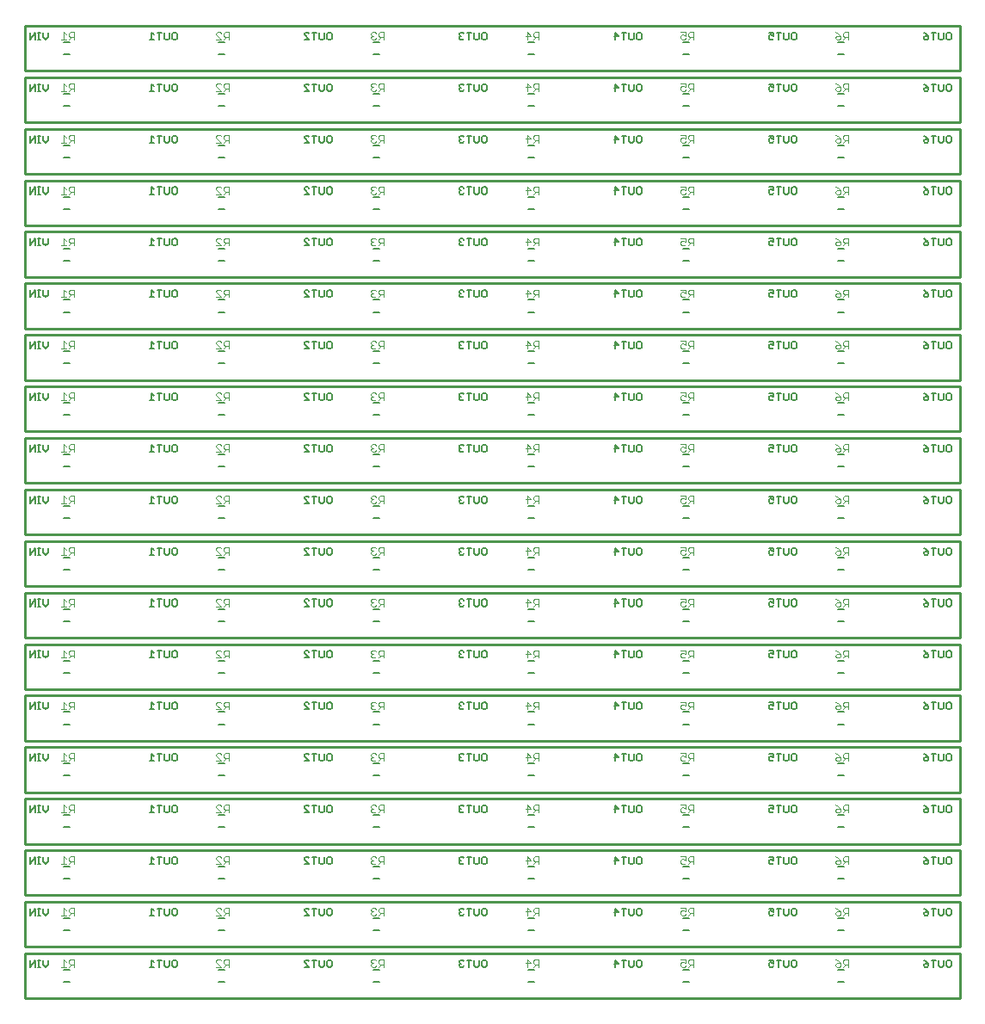
<source format=gbo>
G75*
G70*
%OFA0B0*%
%FSLAX25Y25*%
%IPPOS*%
%LPD*%
%AMOC8*
5,1,8,0,0,1.08239X$1,22.5*
%
%ADD10C,0.00500*%
%ADD11C,0.01000*%
%ADD15C,0.00600*%
%ADD18C,0.00300*%
X0010000Y0010000D02*
G75*
%LPD*%
D11*
X0010000Y0010000D02*
X0010000Y0027460D01*
X0372500Y0027460D01*
X0372500Y0010000D01*
X0010000Y0010000D01*
D15*
X0025070Y0016390D02*
X0027430Y0016390D01*
X0085070Y0016390D02*
X0087430Y0016390D01*
X0145070Y0016390D02*
X0147430Y0016390D01*
X0205070Y0016390D02*
X0207430Y0016390D01*
X0265070Y0016390D02*
X0267430Y0016390D01*
X0325070Y0016390D02*
X0327430Y0016390D01*
X0327430Y0021110D02*
X0325070Y0021110D01*
X0267430Y0021110D02*
X0265070Y0021110D01*
X0207430Y0021110D02*
X0205070Y0021110D01*
X0147430Y0021110D02*
X0145070Y0021110D01*
X0087430Y0021110D02*
X0085070Y0021110D01*
X0027430Y0021110D02*
X0025070Y0021110D01*
D18*
X0025190Y0022150D02*
X0025190Y0025050D01*
X0026150Y0024080D01*
X0027170Y0023600D02*
X0027650Y0023120D01*
X0029100Y0023120D01*
X0028130Y0023120D02*
X0027170Y0022150D01*
X0026150Y0022150D02*
X0024220Y0022150D01*
X0029100Y0022150D02*
X0029100Y0025050D01*
X0027650Y0025050D01*
X0027170Y0024570D01*
X0027170Y0023600D01*
X0084220Y0024080D02*
X0084220Y0024570D01*
X0084700Y0025050D01*
X0085670Y0025050D01*
X0086150Y0024570D01*
X0087170Y0024570D02*
X0087170Y0023600D01*
X0087650Y0023120D01*
X0089100Y0023120D01*
X0088130Y0023120D02*
X0087170Y0022150D01*
X0086150Y0022150D02*
X0084220Y0024080D01*
X0087170Y0024570D02*
X0087650Y0025050D01*
X0089100Y0025050D01*
X0089100Y0022150D01*
X0086150Y0022150D02*
X0084220Y0022150D01*
X0144220Y0022630D02*
X0144700Y0022150D01*
X0145670Y0022150D01*
X0146150Y0022630D01*
X0144220Y0022630D02*
X0144220Y0023120D01*
X0144700Y0023600D01*
X0145190Y0023600D01*
X0144700Y0023600D02*
X0144220Y0024080D01*
X0144220Y0024570D01*
X0144700Y0025050D01*
X0145670Y0025050D01*
X0146150Y0024570D01*
X0147170Y0024570D02*
X0147170Y0023600D01*
X0147650Y0023120D01*
X0149100Y0023120D01*
X0148130Y0023120D02*
X0147170Y0022150D01*
X0149100Y0022150D02*
X0149100Y0025050D01*
X0147650Y0025050D01*
X0147170Y0024570D01*
X0204220Y0023600D02*
X0206150Y0023600D01*
X0204700Y0025050D01*
X0204700Y0022150D01*
X0207170Y0022150D02*
X0208130Y0023120D01*
X0207650Y0023120D02*
X0209100Y0023120D01*
X0207650Y0023120D02*
X0207170Y0023600D01*
X0207170Y0024570D01*
X0207650Y0025050D01*
X0209100Y0025050D01*
X0209100Y0022150D01*
X0264220Y0022630D02*
X0264700Y0022150D01*
X0265670Y0022150D01*
X0266150Y0022630D01*
X0264220Y0022630D02*
X0264220Y0023600D01*
X0264700Y0024080D01*
X0265190Y0024080D01*
X0266150Y0023600D01*
X0266150Y0025050D01*
X0264220Y0025050D01*
X0267170Y0024570D02*
X0267650Y0025050D01*
X0269100Y0025050D01*
X0269100Y0022150D01*
X0268130Y0023120D02*
X0267170Y0022150D01*
X0267650Y0023120D02*
X0269100Y0023120D01*
X0267650Y0023120D02*
X0267170Y0023600D01*
X0267170Y0024570D01*
X0324220Y0025050D02*
X0325190Y0024570D01*
X0326150Y0023600D01*
X0324700Y0023600D01*
X0324220Y0023120D01*
X0324220Y0022630D01*
X0324700Y0022150D01*
X0325670Y0022150D01*
X0326150Y0022630D01*
X0326150Y0023600D01*
X0327170Y0023600D02*
X0327650Y0023120D01*
X0329100Y0023120D01*
X0328130Y0023120D02*
X0327170Y0022150D01*
X0329100Y0022150D02*
X0329100Y0025050D01*
X0327650Y0025050D01*
X0327170Y0024570D01*
X0327170Y0023600D01*
D10*
X0308950Y0024400D02*
X0308950Y0022600D01*
X0308500Y0022150D01*
X0307600Y0022150D01*
X0307150Y0022600D01*
X0307150Y0024400D01*
X0307600Y0024850D01*
X0308500Y0024850D01*
X0308950Y0024400D01*
X0306010Y0024850D02*
X0306010Y0022600D01*
X0305560Y0022150D01*
X0304660Y0022150D01*
X0304210Y0022600D01*
X0304210Y0024850D01*
X0303060Y0024850D02*
X0301260Y0024850D01*
X0302160Y0024850D02*
X0302160Y0022150D01*
X0300110Y0022600D02*
X0299660Y0022150D01*
X0298760Y0022150D01*
X0298310Y0022600D01*
X0298310Y0023500D01*
X0298760Y0023950D01*
X0299210Y0023950D01*
X0300110Y0023500D01*
X0300110Y0024850D01*
X0298310Y0024850D01*
X0248950Y0024400D02*
X0248950Y0022600D01*
X0248500Y0022150D01*
X0247600Y0022150D01*
X0247150Y0022600D01*
X0247150Y0024400D01*
X0247600Y0024850D01*
X0248500Y0024850D01*
X0248950Y0024400D01*
X0246010Y0024850D02*
X0246010Y0022600D01*
X0245560Y0022150D01*
X0244660Y0022150D01*
X0244210Y0022600D01*
X0244210Y0024850D01*
X0243060Y0024850D02*
X0241260Y0024850D01*
X0242160Y0024850D02*
X0242160Y0022150D01*
X0238760Y0022150D02*
X0238760Y0024850D01*
X0240110Y0023500D01*
X0238310Y0023500D01*
X0188950Y0022600D02*
X0188500Y0022150D01*
X0187600Y0022150D01*
X0187150Y0022600D01*
X0187150Y0024400D01*
X0187600Y0024850D01*
X0188500Y0024850D01*
X0188950Y0024400D01*
X0188950Y0022600D01*
X0186010Y0022600D02*
X0185560Y0022150D01*
X0184660Y0022150D01*
X0184210Y0022600D01*
X0184210Y0024850D01*
X0183060Y0024850D02*
X0181260Y0024850D01*
X0182160Y0024850D02*
X0182160Y0022150D01*
X0180110Y0022600D02*
X0179660Y0022150D01*
X0178760Y0022150D01*
X0178310Y0022600D01*
X0178310Y0023050D01*
X0178760Y0023500D01*
X0179210Y0023500D01*
X0178760Y0023500D02*
X0178310Y0023950D01*
X0178310Y0024400D01*
X0178760Y0024850D01*
X0179660Y0024850D01*
X0180110Y0024400D01*
X0186010Y0024850D02*
X0186010Y0022600D01*
X0128950Y0022600D02*
X0128500Y0022150D01*
X0127600Y0022150D01*
X0127150Y0022600D01*
X0127150Y0024400D01*
X0127600Y0024850D01*
X0128500Y0024850D01*
X0128950Y0024400D01*
X0128950Y0022600D01*
X0126010Y0022600D02*
X0125560Y0022150D01*
X0124660Y0022150D01*
X0124210Y0022600D01*
X0124210Y0024850D01*
X0123060Y0024850D02*
X0121260Y0024850D01*
X0122160Y0024850D02*
X0122160Y0022150D01*
X0120110Y0022150D02*
X0118310Y0023950D01*
X0118310Y0024400D01*
X0118760Y0024850D01*
X0119660Y0024850D01*
X0120110Y0024400D01*
X0126010Y0024850D02*
X0126010Y0022600D01*
X0120110Y0022150D02*
X0118310Y0022150D01*
X0068950Y0022600D02*
X0068500Y0022150D01*
X0067600Y0022150D01*
X0067150Y0022600D01*
X0067150Y0024400D01*
X0067600Y0024850D01*
X0068500Y0024850D01*
X0068950Y0024400D01*
X0068950Y0022600D01*
X0066010Y0022600D02*
X0065560Y0022150D01*
X0064660Y0022150D01*
X0064210Y0022600D01*
X0064210Y0024850D01*
X0063060Y0024850D02*
X0061260Y0024850D01*
X0062160Y0024850D02*
X0062160Y0022150D01*
X0060110Y0022150D02*
X0058310Y0022150D01*
X0059210Y0022150D02*
X0059210Y0024850D01*
X0060110Y0023950D01*
X0066010Y0024850D02*
X0066010Y0022600D01*
X0018950Y0023050D02*
X0018050Y0022150D01*
X0017150Y0023050D01*
X0017150Y0024850D01*
X0016010Y0024850D02*
X0015110Y0024850D01*
X0015560Y0024850D02*
X0015560Y0022150D01*
X0016010Y0022150D02*
X0015110Y0022150D01*
X0014040Y0022150D02*
X0014040Y0024850D01*
X0012240Y0022150D01*
X0012240Y0024850D01*
X0018950Y0024850D02*
X0018950Y0023050D01*
X0358310Y0022600D02*
X0358310Y0023050D01*
X0358760Y0023500D01*
X0360110Y0023500D01*
X0360110Y0022600D01*
X0359660Y0022150D01*
X0358760Y0022150D01*
X0358310Y0022600D01*
X0362160Y0022150D02*
X0362160Y0024850D01*
X0363060Y0024850D02*
X0361260Y0024850D01*
X0359210Y0024400D02*
X0358310Y0024850D01*
X0359210Y0024400D02*
X0360110Y0023500D01*
X0364210Y0022600D02*
X0364210Y0024850D01*
X0366010Y0024850D02*
X0366010Y0022600D01*
X0365560Y0022150D01*
X0364660Y0022150D01*
X0364210Y0022600D01*
X0367150Y0022600D02*
X0367150Y0024400D01*
X0367600Y0024850D01*
X0368500Y0024850D01*
X0368950Y0024400D01*
X0368950Y0022600D01*
X0368500Y0022150D01*
X0367600Y0022150D01*
X0367150Y0022600D01*
X0010000Y0029960D02*
G75*
%LPD*%
D11*
X0010000Y0029960D02*
X0010000Y0047420D01*
X0372500Y0047420D01*
X0372500Y0029960D01*
X0010000Y0029960D01*
D15*
X0025070Y0036350D02*
X0027430Y0036350D01*
X0085070Y0036350D02*
X0087430Y0036350D01*
X0145070Y0036350D02*
X0147430Y0036350D01*
X0205070Y0036350D02*
X0207430Y0036350D01*
X0265070Y0036350D02*
X0267430Y0036350D01*
X0325070Y0036350D02*
X0327430Y0036350D01*
X0327430Y0041070D02*
X0325070Y0041070D01*
X0267430Y0041070D02*
X0265070Y0041070D01*
X0207430Y0041070D02*
X0205070Y0041070D01*
X0147430Y0041070D02*
X0145070Y0041070D01*
X0087430Y0041070D02*
X0085070Y0041070D01*
X0027430Y0041070D02*
X0025070Y0041070D01*
D18*
X0025190Y0042110D02*
X0025190Y0045010D01*
X0026150Y0044040D01*
X0027170Y0043560D02*
X0027650Y0043080D01*
X0029100Y0043080D01*
X0028130Y0043080D02*
X0027170Y0042110D01*
X0026150Y0042110D02*
X0024220Y0042110D01*
X0029100Y0042110D02*
X0029100Y0045010D01*
X0027650Y0045010D01*
X0027170Y0044530D01*
X0027170Y0043560D01*
X0084220Y0044040D02*
X0084220Y0044530D01*
X0084700Y0045010D01*
X0085670Y0045010D01*
X0086150Y0044530D01*
X0087170Y0044530D02*
X0087170Y0043560D01*
X0087650Y0043080D01*
X0089100Y0043080D01*
X0088130Y0043080D02*
X0087170Y0042110D01*
X0086150Y0042110D02*
X0084220Y0044040D01*
X0087170Y0044530D02*
X0087650Y0045010D01*
X0089100Y0045010D01*
X0089100Y0042110D01*
X0086150Y0042110D02*
X0084220Y0042110D01*
X0144220Y0042590D02*
X0144700Y0042110D01*
X0145670Y0042110D01*
X0146150Y0042590D01*
X0144220Y0042590D02*
X0144220Y0043080D01*
X0144700Y0043560D01*
X0145190Y0043560D01*
X0144700Y0043560D02*
X0144220Y0044040D01*
X0144220Y0044530D01*
X0144700Y0045010D01*
X0145670Y0045010D01*
X0146150Y0044530D01*
X0147170Y0044530D02*
X0147170Y0043560D01*
X0147650Y0043080D01*
X0149100Y0043080D01*
X0148130Y0043080D02*
X0147170Y0042110D01*
X0149100Y0042110D02*
X0149100Y0045010D01*
X0147650Y0045010D01*
X0147170Y0044530D01*
X0204220Y0043560D02*
X0206150Y0043560D01*
X0204700Y0045010D01*
X0204700Y0042110D01*
X0207170Y0042110D02*
X0208130Y0043080D01*
X0207650Y0043080D02*
X0209100Y0043080D01*
X0207650Y0043080D02*
X0207170Y0043560D01*
X0207170Y0044530D01*
X0207650Y0045010D01*
X0209100Y0045010D01*
X0209100Y0042110D01*
X0264220Y0042590D02*
X0264700Y0042110D01*
X0265670Y0042110D01*
X0266150Y0042590D01*
X0264220Y0042590D02*
X0264220Y0043560D01*
X0264700Y0044040D01*
X0265190Y0044040D01*
X0266150Y0043560D01*
X0266150Y0045010D01*
X0264220Y0045010D01*
X0267170Y0044530D02*
X0267650Y0045010D01*
X0269100Y0045010D01*
X0269100Y0042110D01*
X0268130Y0043080D02*
X0267170Y0042110D01*
X0267650Y0043080D02*
X0269100Y0043080D01*
X0267650Y0043080D02*
X0267170Y0043560D01*
X0267170Y0044530D01*
X0324220Y0045010D02*
X0325190Y0044530D01*
X0326150Y0043560D01*
X0324700Y0043560D01*
X0324220Y0043080D01*
X0324220Y0042590D01*
X0324700Y0042110D01*
X0325670Y0042110D01*
X0326150Y0042590D01*
X0326150Y0043560D01*
X0327170Y0043560D02*
X0327650Y0043080D01*
X0329100Y0043080D01*
X0328130Y0043080D02*
X0327170Y0042110D01*
X0329100Y0042110D02*
X0329100Y0045010D01*
X0327650Y0045010D01*
X0327170Y0044530D01*
X0327170Y0043560D01*
D10*
X0308950Y0044360D02*
X0308950Y0042560D01*
X0308500Y0042110D01*
X0307600Y0042110D01*
X0307150Y0042560D01*
X0307150Y0044360D01*
X0307600Y0044810D01*
X0308500Y0044810D01*
X0308950Y0044360D01*
X0306010Y0044810D02*
X0306010Y0042560D01*
X0305560Y0042110D01*
X0304660Y0042110D01*
X0304210Y0042560D01*
X0304210Y0044810D01*
X0303060Y0044810D02*
X0301260Y0044810D01*
X0302160Y0044810D02*
X0302160Y0042110D01*
X0300110Y0042560D02*
X0299660Y0042110D01*
X0298760Y0042110D01*
X0298310Y0042560D01*
X0298310Y0043460D01*
X0298760Y0043910D01*
X0299210Y0043910D01*
X0300110Y0043460D01*
X0300110Y0044810D01*
X0298310Y0044810D01*
X0248950Y0044360D02*
X0248950Y0042560D01*
X0248500Y0042110D01*
X0247600Y0042110D01*
X0247150Y0042560D01*
X0247150Y0044360D01*
X0247600Y0044810D01*
X0248500Y0044810D01*
X0248950Y0044360D01*
X0246010Y0044810D02*
X0246010Y0042560D01*
X0245560Y0042110D01*
X0244660Y0042110D01*
X0244210Y0042560D01*
X0244210Y0044810D01*
X0243060Y0044810D02*
X0241260Y0044810D01*
X0242160Y0044810D02*
X0242160Y0042110D01*
X0238760Y0042110D02*
X0238760Y0044810D01*
X0240110Y0043460D01*
X0238310Y0043460D01*
X0188950Y0042560D02*
X0188500Y0042110D01*
X0187600Y0042110D01*
X0187150Y0042560D01*
X0187150Y0044360D01*
X0187600Y0044810D01*
X0188500Y0044810D01*
X0188950Y0044360D01*
X0188950Y0042560D01*
X0186010Y0042560D02*
X0185560Y0042110D01*
X0184660Y0042110D01*
X0184210Y0042560D01*
X0184210Y0044810D01*
X0183060Y0044810D02*
X0181260Y0044810D01*
X0182160Y0044810D02*
X0182160Y0042110D01*
X0180110Y0042560D02*
X0179660Y0042110D01*
X0178760Y0042110D01*
X0178310Y0042560D01*
X0178310Y0043010D01*
X0178760Y0043460D01*
X0179210Y0043460D01*
X0178760Y0043460D02*
X0178310Y0043910D01*
X0178310Y0044360D01*
X0178760Y0044810D01*
X0179660Y0044810D01*
X0180110Y0044360D01*
X0186010Y0044810D02*
X0186010Y0042560D01*
X0128950Y0042560D02*
X0128500Y0042110D01*
X0127600Y0042110D01*
X0127150Y0042560D01*
X0127150Y0044360D01*
X0127600Y0044810D01*
X0128500Y0044810D01*
X0128950Y0044360D01*
X0128950Y0042560D01*
X0126010Y0042560D02*
X0125560Y0042110D01*
X0124660Y0042110D01*
X0124210Y0042560D01*
X0124210Y0044810D01*
X0123060Y0044810D02*
X0121260Y0044810D01*
X0122160Y0044810D02*
X0122160Y0042110D01*
X0120110Y0042110D02*
X0118310Y0043910D01*
X0118310Y0044360D01*
X0118760Y0044810D01*
X0119660Y0044810D01*
X0120110Y0044360D01*
X0126010Y0044810D02*
X0126010Y0042560D01*
X0120110Y0042110D02*
X0118310Y0042110D01*
X0068950Y0042560D02*
X0068500Y0042110D01*
X0067600Y0042110D01*
X0067150Y0042560D01*
X0067150Y0044360D01*
X0067600Y0044810D01*
X0068500Y0044810D01*
X0068950Y0044360D01*
X0068950Y0042560D01*
X0066010Y0042560D02*
X0065560Y0042110D01*
X0064660Y0042110D01*
X0064210Y0042560D01*
X0064210Y0044810D01*
X0063060Y0044810D02*
X0061260Y0044810D01*
X0062160Y0044810D02*
X0062160Y0042110D01*
X0060110Y0042110D02*
X0058310Y0042110D01*
X0059210Y0042110D02*
X0059210Y0044810D01*
X0060110Y0043910D01*
X0066010Y0044810D02*
X0066010Y0042560D01*
X0018950Y0043010D02*
X0018050Y0042110D01*
X0017150Y0043010D01*
X0017150Y0044810D01*
X0016010Y0044810D02*
X0015110Y0044810D01*
X0015560Y0044810D02*
X0015560Y0042110D01*
X0016010Y0042110D02*
X0015110Y0042110D01*
X0014040Y0042110D02*
X0014040Y0044810D01*
X0012240Y0042110D01*
X0012240Y0044810D01*
X0018950Y0044810D02*
X0018950Y0043010D01*
X0358310Y0042560D02*
X0358310Y0043010D01*
X0358760Y0043460D01*
X0360110Y0043460D01*
X0360110Y0042560D01*
X0359660Y0042110D01*
X0358760Y0042110D01*
X0358310Y0042560D01*
X0362160Y0042110D02*
X0362160Y0044810D01*
X0363060Y0044810D02*
X0361260Y0044810D01*
X0359210Y0044360D02*
X0358310Y0044810D01*
X0359210Y0044360D02*
X0360110Y0043460D01*
X0364210Y0042560D02*
X0364210Y0044810D01*
X0366010Y0044810D02*
X0366010Y0042560D01*
X0365560Y0042110D01*
X0364660Y0042110D01*
X0364210Y0042560D01*
X0367150Y0042560D02*
X0367150Y0044360D01*
X0367600Y0044810D01*
X0368500Y0044810D01*
X0368950Y0044360D01*
X0368950Y0042560D01*
X0368500Y0042110D01*
X0367600Y0042110D01*
X0367150Y0042560D01*
X0010000Y0049920D02*
G75*
%LPD*%
D11*
X0010000Y0049920D02*
X0010000Y0067380D01*
X0372500Y0067380D01*
X0372500Y0049920D01*
X0010000Y0049920D01*
D15*
X0025070Y0056310D02*
X0027430Y0056310D01*
X0085070Y0056310D02*
X0087430Y0056310D01*
X0145070Y0056310D02*
X0147430Y0056310D01*
X0205070Y0056310D02*
X0207430Y0056310D01*
X0265070Y0056310D02*
X0267430Y0056310D01*
X0325070Y0056310D02*
X0327430Y0056310D01*
X0327430Y0061030D02*
X0325070Y0061030D01*
X0267430Y0061030D02*
X0265070Y0061030D01*
X0207430Y0061030D02*
X0205070Y0061030D01*
X0147430Y0061030D02*
X0145070Y0061030D01*
X0087430Y0061030D02*
X0085070Y0061030D01*
X0027430Y0061030D02*
X0025070Y0061030D01*
D18*
X0025190Y0062070D02*
X0025190Y0064970D01*
X0026150Y0064000D01*
X0027170Y0063520D02*
X0027650Y0063040D01*
X0029100Y0063040D01*
X0028130Y0063040D02*
X0027170Y0062070D01*
X0026150Y0062070D02*
X0024220Y0062070D01*
X0029100Y0062070D02*
X0029100Y0064970D01*
X0027650Y0064970D01*
X0027170Y0064490D01*
X0027170Y0063520D01*
X0084220Y0064000D02*
X0084220Y0064490D01*
X0084700Y0064970D01*
X0085670Y0064970D01*
X0086150Y0064490D01*
X0087170Y0064490D02*
X0087170Y0063520D01*
X0087650Y0063040D01*
X0089100Y0063040D01*
X0088130Y0063040D02*
X0087170Y0062070D01*
X0086150Y0062070D02*
X0084220Y0064000D01*
X0087170Y0064490D02*
X0087650Y0064970D01*
X0089100Y0064970D01*
X0089100Y0062070D01*
X0086150Y0062070D02*
X0084220Y0062070D01*
X0144220Y0062550D02*
X0144700Y0062070D01*
X0145670Y0062070D01*
X0146150Y0062550D01*
X0144220Y0062550D02*
X0144220Y0063040D01*
X0144700Y0063520D01*
X0145190Y0063520D01*
X0144700Y0063520D02*
X0144220Y0064000D01*
X0144220Y0064490D01*
X0144700Y0064970D01*
X0145670Y0064970D01*
X0146150Y0064490D01*
X0147170Y0064490D02*
X0147170Y0063520D01*
X0147650Y0063040D01*
X0149100Y0063040D01*
X0148130Y0063040D02*
X0147170Y0062070D01*
X0149100Y0062070D02*
X0149100Y0064970D01*
X0147650Y0064970D01*
X0147170Y0064490D01*
X0204220Y0063520D02*
X0206150Y0063520D01*
X0204700Y0064970D01*
X0204700Y0062070D01*
X0207170Y0062070D02*
X0208130Y0063040D01*
X0207650Y0063040D02*
X0209100Y0063040D01*
X0207650Y0063040D02*
X0207170Y0063520D01*
X0207170Y0064490D01*
X0207650Y0064970D01*
X0209100Y0064970D01*
X0209100Y0062070D01*
X0264220Y0062550D02*
X0264700Y0062070D01*
X0265670Y0062070D01*
X0266150Y0062550D01*
X0264220Y0062550D02*
X0264220Y0063520D01*
X0264700Y0064000D01*
X0265190Y0064000D01*
X0266150Y0063520D01*
X0266150Y0064970D01*
X0264220Y0064970D01*
X0267170Y0064490D02*
X0267650Y0064970D01*
X0269100Y0064970D01*
X0269100Y0062070D01*
X0268130Y0063040D02*
X0267170Y0062070D01*
X0267650Y0063040D02*
X0269100Y0063040D01*
X0267650Y0063040D02*
X0267170Y0063520D01*
X0267170Y0064490D01*
X0324220Y0064970D02*
X0325190Y0064490D01*
X0326150Y0063520D01*
X0324700Y0063520D01*
X0324220Y0063040D01*
X0324220Y0062550D01*
X0324700Y0062070D01*
X0325670Y0062070D01*
X0326150Y0062550D01*
X0326150Y0063520D01*
X0327170Y0063520D02*
X0327650Y0063040D01*
X0329100Y0063040D01*
X0328130Y0063040D02*
X0327170Y0062070D01*
X0329100Y0062070D02*
X0329100Y0064970D01*
X0327650Y0064970D01*
X0327170Y0064490D01*
X0327170Y0063520D01*
D10*
X0308950Y0064320D02*
X0308950Y0062520D01*
X0308500Y0062070D01*
X0307600Y0062070D01*
X0307150Y0062520D01*
X0307150Y0064320D01*
X0307600Y0064770D01*
X0308500Y0064770D01*
X0308950Y0064320D01*
X0306010Y0064770D02*
X0306010Y0062520D01*
X0305560Y0062070D01*
X0304660Y0062070D01*
X0304210Y0062520D01*
X0304210Y0064770D01*
X0303060Y0064770D02*
X0301260Y0064770D01*
X0302160Y0064770D02*
X0302160Y0062070D01*
X0300110Y0062520D02*
X0299660Y0062070D01*
X0298760Y0062070D01*
X0298310Y0062520D01*
X0298310Y0063420D01*
X0298760Y0063870D01*
X0299210Y0063870D01*
X0300110Y0063420D01*
X0300110Y0064770D01*
X0298310Y0064770D01*
X0248950Y0064320D02*
X0248950Y0062520D01*
X0248500Y0062070D01*
X0247600Y0062070D01*
X0247150Y0062520D01*
X0247150Y0064320D01*
X0247600Y0064770D01*
X0248500Y0064770D01*
X0248950Y0064320D01*
X0246010Y0064770D02*
X0246010Y0062520D01*
X0245560Y0062070D01*
X0244660Y0062070D01*
X0244210Y0062520D01*
X0244210Y0064770D01*
X0243060Y0064770D02*
X0241260Y0064770D01*
X0242160Y0064770D02*
X0242160Y0062070D01*
X0238760Y0062070D02*
X0238760Y0064770D01*
X0240110Y0063420D01*
X0238310Y0063420D01*
X0188950Y0062520D02*
X0188500Y0062070D01*
X0187600Y0062070D01*
X0187150Y0062520D01*
X0187150Y0064320D01*
X0187600Y0064770D01*
X0188500Y0064770D01*
X0188950Y0064320D01*
X0188950Y0062520D01*
X0186010Y0062520D02*
X0185560Y0062070D01*
X0184660Y0062070D01*
X0184210Y0062520D01*
X0184210Y0064770D01*
X0183060Y0064770D02*
X0181260Y0064770D01*
X0182160Y0064770D02*
X0182160Y0062070D01*
X0180110Y0062520D02*
X0179660Y0062070D01*
X0178760Y0062070D01*
X0178310Y0062520D01*
X0178310Y0062970D01*
X0178760Y0063420D01*
X0179210Y0063420D01*
X0178760Y0063420D02*
X0178310Y0063870D01*
X0178310Y0064320D01*
X0178760Y0064770D01*
X0179660Y0064770D01*
X0180110Y0064320D01*
X0186010Y0064770D02*
X0186010Y0062520D01*
X0128950Y0062520D02*
X0128500Y0062070D01*
X0127600Y0062070D01*
X0127150Y0062520D01*
X0127150Y0064320D01*
X0127600Y0064770D01*
X0128500Y0064770D01*
X0128950Y0064320D01*
X0128950Y0062520D01*
X0126010Y0062520D02*
X0125560Y0062070D01*
X0124660Y0062070D01*
X0124210Y0062520D01*
X0124210Y0064770D01*
X0123060Y0064770D02*
X0121260Y0064770D01*
X0122160Y0064770D02*
X0122160Y0062070D01*
X0120110Y0062070D02*
X0118310Y0063870D01*
X0118310Y0064320D01*
X0118760Y0064770D01*
X0119660Y0064770D01*
X0120110Y0064320D01*
X0126010Y0064770D02*
X0126010Y0062520D01*
X0120110Y0062070D02*
X0118310Y0062070D01*
X0068950Y0062520D02*
X0068500Y0062070D01*
X0067600Y0062070D01*
X0067150Y0062520D01*
X0067150Y0064320D01*
X0067600Y0064770D01*
X0068500Y0064770D01*
X0068950Y0064320D01*
X0068950Y0062520D01*
X0066010Y0062520D02*
X0065560Y0062070D01*
X0064660Y0062070D01*
X0064210Y0062520D01*
X0064210Y0064770D01*
X0063060Y0064770D02*
X0061260Y0064770D01*
X0062160Y0064770D02*
X0062160Y0062070D01*
X0060110Y0062070D02*
X0058310Y0062070D01*
X0059210Y0062070D02*
X0059210Y0064770D01*
X0060110Y0063870D01*
X0066010Y0064770D02*
X0066010Y0062520D01*
X0018950Y0062970D02*
X0018050Y0062070D01*
X0017150Y0062970D01*
X0017150Y0064770D01*
X0016010Y0064770D02*
X0015110Y0064770D01*
X0015560Y0064770D02*
X0015560Y0062070D01*
X0016010Y0062070D02*
X0015110Y0062070D01*
X0014040Y0062070D02*
X0014040Y0064770D01*
X0012240Y0062070D01*
X0012240Y0064770D01*
X0018950Y0064770D02*
X0018950Y0062970D01*
X0358310Y0062520D02*
X0358310Y0062970D01*
X0358760Y0063420D01*
X0360110Y0063420D01*
X0360110Y0062520D01*
X0359660Y0062070D01*
X0358760Y0062070D01*
X0358310Y0062520D01*
X0362160Y0062070D02*
X0362160Y0064770D01*
X0363060Y0064770D02*
X0361260Y0064770D01*
X0359210Y0064320D02*
X0358310Y0064770D01*
X0359210Y0064320D02*
X0360110Y0063420D01*
X0364210Y0062520D02*
X0364210Y0064770D01*
X0366010Y0064770D02*
X0366010Y0062520D01*
X0365560Y0062070D01*
X0364660Y0062070D01*
X0364210Y0062520D01*
X0367150Y0062520D02*
X0367150Y0064320D01*
X0367600Y0064770D01*
X0368500Y0064770D01*
X0368950Y0064320D01*
X0368950Y0062520D01*
X0368500Y0062070D01*
X0367600Y0062070D01*
X0367150Y0062520D01*
X0010000Y0069880D02*
G75*
%LPD*%
D11*
X0010000Y0069880D02*
X0010000Y0087340D01*
X0372500Y0087340D01*
X0372500Y0069880D01*
X0010000Y0069880D01*
D15*
X0025070Y0076270D02*
X0027430Y0076270D01*
X0085070Y0076270D02*
X0087430Y0076270D01*
X0145070Y0076270D02*
X0147430Y0076270D01*
X0205070Y0076270D02*
X0207430Y0076270D01*
X0265070Y0076270D02*
X0267430Y0076270D01*
X0325070Y0076270D02*
X0327430Y0076270D01*
X0327430Y0080990D02*
X0325070Y0080990D01*
X0267430Y0080990D02*
X0265070Y0080990D01*
X0207430Y0080990D02*
X0205070Y0080990D01*
X0147430Y0080990D02*
X0145070Y0080990D01*
X0087430Y0080990D02*
X0085070Y0080990D01*
X0027430Y0080990D02*
X0025070Y0080990D01*
D18*
X0025190Y0082030D02*
X0025190Y0084930D01*
X0026150Y0083960D01*
X0027170Y0083480D02*
X0027650Y0083000D01*
X0029100Y0083000D01*
X0028130Y0083000D02*
X0027170Y0082030D01*
X0026150Y0082030D02*
X0024220Y0082030D01*
X0029100Y0082030D02*
X0029100Y0084930D01*
X0027650Y0084930D01*
X0027170Y0084450D01*
X0027170Y0083480D01*
X0084220Y0083960D02*
X0084220Y0084450D01*
X0084700Y0084930D01*
X0085670Y0084930D01*
X0086150Y0084450D01*
X0087170Y0084450D02*
X0087170Y0083480D01*
X0087650Y0083000D01*
X0089100Y0083000D01*
X0088130Y0083000D02*
X0087170Y0082030D01*
X0086150Y0082030D02*
X0084220Y0083960D01*
X0087170Y0084450D02*
X0087650Y0084930D01*
X0089100Y0084930D01*
X0089100Y0082030D01*
X0086150Y0082030D02*
X0084220Y0082030D01*
X0144220Y0082510D02*
X0144700Y0082030D01*
X0145670Y0082030D01*
X0146150Y0082510D01*
X0144220Y0082510D02*
X0144220Y0083000D01*
X0144700Y0083480D01*
X0145190Y0083480D01*
X0144700Y0083480D02*
X0144220Y0083960D01*
X0144220Y0084450D01*
X0144700Y0084930D01*
X0145670Y0084930D01*
X0146150Y0084450D01*
X0147170Y0084450D02*
X0147170Y0083480D01*
X0147650Y0083000D01*
X0149100Y0083000D01*
X0148130Y0083000D02*
X0147170Y0082030D01*
X0149100Y0082030D02*
X0149100Y0084930D01*
X0147650Y0084930D01*
X0147170Y0084450D01*
X0204220Y0083480D02*
X0206150Y0083480D01*
X0204700Y0084930D01*
X0204700Y0082030D01*
X0207170Y0082030D02*
X0208130Y0083000D01*
X0207650Y0083000D02*
X0209100Y0083000D01*
X0207650Y0083000D02*
X0207170Y0083480D01*
X0207170Y0084450D01*
X0207650Y0084930D01*
X0209100Y0084930D01*
X0209100Y0082030D01*
X0264220Y0082510D02*
X0264700Y0082030D01*
X0265670Y0082030D01*
X0266150Y0082510D01*
X0264220Y0082510D02*
X0264220Y0083480D01*
X0264700Y0083960D01*
X0265190Y0083960D01*
X0266150Y0083480D01*
X0266150Y0084930D01*
X0264220Y0084930D01*
X0267170Y0084450D02*
X0267650Y0084930D01*
X0269100Y0084930D01*
X0269100Y0082030D01*
X0268130Y0083000D02*
X0267170Y0082030D01*
X0267650Y0083000D02*
X0269100Y0083000D01*
X0267650Y0083000D02*
X0267170Y0083480D01*
X0267170Y0084450D01*
X0324220Y0084930D02*
X0325190Y0084450D01*
X0326150Y0083480D01*
X0324700Y0083480D01*
X0324220Y0083000D01*
X0324220Y0082510D01*
X0324700Y0082030D01*
X0325670Y0082030D01*
X0326150Y0082510D01*
X0326150Y0083480D01*
X0327170Y0083480D02*
X0327650Y0083000D01*
X0329100Y0083000D01*
X0328130Y0083000D02*
X0327170Y0082030D01*
X0329100Y0082030D02*
X0329100Y0084930D01*
X0327650Y0084930D01*
X0327170Y0084450D01*
X0327170Y0083480D01*
D10*
X0308950Y0084280D02*
X0308950Y0082480D01*
X0308500Y0082030D01*
X0307600Y0082030D01*
X0307150Y0082480D01*
X0307150Y0084280D01*
X0307600Y0084730D01*
X0308500Y0084730D01*
X0308950Y0084280D01*
X0306010Y0084730D02*
X0306010Y0082480D01*
X0305560Y0082030D01*
X0304660Y0082030D01*
X0304210Y0082480D01*
X0304210Y0084730D01*
X0303060Y0084730D02*
X0301260Y0084730D01*
X0302160Y0084730D02*
X0302160Y0082030D01*
X0300110Y0082480D02*
X0299660Y0082030D01*
X0298760Y0082030D01*
X0298310Y0082480D01*
X0298310Y0083380D01*
X0298760Y0083830D01*
X0299210Y0083830D01*
X0300110Y0083380D01*
X0300110Y0084730D01*
X0298310Y0084730D01*
X0248950Y0084280D02*
X0248950Y0082480D01*
X0248500Y0082030D01*
X0247600Y0082030D01*
X0247150Y0082480D01*
X0247150Y0084280D01*
X0247600Y0084730D01*
X0248500Y0084730D01*
X0248950Y0084280D01*
X0246010Y0084730D02*
X0246010Y0082480D01*
X0245560Y0082030D01*
X0244660Y0082030D01*
X0244210Y0082480D01*
X0244210Y0084730D01*
X0243060Y0084730D02*
X0241260Y0084730D01*
X0242160Y0084730D02*
X0242160Y0082030D01*
X0238760Y0082030D02*
X0238760Y0084730D01*
X0240110Y0083380D01*
X0238310Y0083380D01*
X0188950Y0082480D02*
X0188500Y0082030D01*
X0187600Y0082030D01*
X0187150Y0082480D01*
X0187150Y0084280D01*
X0187600Y0084730D01*
X0188500Y0084730D01*
X0188950Y0084280D01*
X0188950Y0082480D01*
X0186010Y0082480D02*
X0185560Y0082030D01*
X0184660Y0082030D01*
X0184210Y0082480D01*
X0184210Y0084730D01*
X0183060Y0084730D02*
X0181260Y0084730D01*
X0182160Y0084730D02*
X0182160Y0082030D01*
X0180110Y0082480D02*
X0179660Y0082030D01*
X0178760Y0082030D01*
X0178310Y0082480D01*
X0178310Y0082930D01*
X0178760Y0083380D01*
X0179210Y0083380D01*
X0178760Y0083380D02*
X0178310Y0083830D01*
X0178310Y0084280D01*
X0178760Y0084730D01*
X0179660Y0084730D01*
X0180110Y0084280D01*
X0186010Y0084730D02*
X0186010Y0082480D01*
X0128950Y0082480D02*
X0128500Y0082030D01*
X0127600Y0082030D01*
X0127150Y0082480D01*
X0127150Y0084280D01*
X0127600Y0084730D01*
X0128500Y0084730D01*
X0128950Y0084280D01*
X0128950Y0082480D01*
X0126010Y0082480D02*
X0125560Y0082030D01*
X0124660Y0082030D01*
X0124210Y0082480D01*
X0124210Y0084730D01*
X0123060Y0084730D02*
X0121260Y0084730D01*
X0122160Y0084730D02*
X0122160Y0082030D01*
X0120110Y0082030D02*
X0118310Y0083830D01*
X0118310Y0084280D01*
X0118760Y0084730D01*
X0119660Y0084730D01*
X0120110Y0084280D01*
X0126010Y0084730D02*
X0126010Y0082480D01*
X0120110Y0082030D02*
X0118310Y0082030D01*
X0068950Y0082480D02*
X0068500Y0082030D01*
X0067600Y0082030D01*
X0067150Y0082480D01*
X0067150Y0084280D01*
X0067600Y0084730D01*
X0068500Y0084730D01*
X0068950Y0084280D01*
X0068950Y0082480D01*
X0066010Y0082480D02*
X0065560Y0082030D01*
X0064660Y0082030D01*
X0064210Y0082480D01*
X0064210Y0084730D01*
X0063060Y0084730D02*
X0061260Y0084730D01*
X0062160Y0084730D02*
X0062160Y0082030D01*
X0060110Y0082030D02*
X0058310Y0082030D01*
X0059210Y0082030D02*
X0059210Y0084730D01*
X0060110Y0083830D01*
X0066010Y0084730D02*
X0066010Y0082480D01*
X0018950Y0082930D02*
X0018050Y0082030D01*
X0017150Y0082930D01*
X0017150Y0084730D01*
X0016010Y0084730D02*
X0015110Y0084730D01*
X0015560Y0084730D02*
X0015560Y0082030D01*
X0016010Y0082030D02*
X0015110Y0082030D01*
X0014040Y0082030D02*
X0014040Y0084730D01*
X0012240Y0082030D01*
X0012240Y0084730D01*
X0018950Y0084730D02*
X0018950Y0082930D01*
X0358310Y0082480D02*
X0358310Y0082930D01*
X0358760Y0083380D01*
X0360110Y0083380D01*
X0360110Y0082480D01*
X0359660Y0082030D01*
X0358760Y0082030D01*
X0358310Y0082480D01*
X0362160Y0082030D02*
X0362160Y0084730D01*
X0363060Y0084730D02*
X0361260Y0084730D01*
X0359210Y0084280D02*
X0358310Y0084730D01*
X0359210Y0084280D02*
X0360110Y0083380D01*
X0364210Y0082480D02*
X0364210Y0084730D01*
X0366010Y0084730D02*
X0366010Y0082480D01*
X0365560Y0082030D01*
X0364660Y0082030D01*
X0364210Y0082480D01*
X0367150Y0082480D02*
X0367150Y0084280D01*
X0367600Y0084730D01*
X0368500Y0084730D01*
X0368950Y0084280D01*
X0368950Y0082480D01*
X0368500Y0082030D01*
X0367600Y0082030D01*
X0367150Y0082480D01*
X0010000Y0089840D02*
G75*
%LPD*%
D11*
X0010000Y0089840D02*
X0010000Y0107300D01*
X0372500Y0107300D01*
X0372500Y0089840D01*
X0010000Y0089840D01*
D15*
X0025070Y0096230D02*
X0027430Y0096230D01*
X0085070Y0096230D02*
X0087430Y0096230D01*
X0145070Y0096230D02*
X0147430Y0096230D01*
X0205070Y0096230D02*
X0207430Y0096230D01*
X0265070Y0096230D02*
X0267430Y0096230D01*
X0325070Y0096230D02*
X0327430Y0096230D01*
X0327430Y0100950D02*
X0325070Y0100950D01*
X0267430Y0100950D02*
X0265070Y0100950D01*
X0207430Y0100950D02*
X0205070Y0100950D01*
X0147430Y0100950D02*
X0145070Y0100950D01*
X0087430Y0100950D02*
X0085070Y0100950D01*
X0027430Y0100950D02*
X0025070Y0100950D01*
D18*
X0025190Y0101990D02*
X0025190Y0104890D01*
X0026150Y0103920D01*
X0027170Y0103440D02*
X0027650Y0102960D01*
X0029100Y0102960D01*
X0028130Y0102960D02*
X0027170Y0101990D01*
X0026150Y0101990D02*
X0024220Y0101990D01*
X0029100Y0101990D02*
X0029100Y0104890D01*
X0027650Y0104890D01*
X0027170Y0104410D01*
X0027170Y0103440D01*
X0084220Y0103920D02*
X0084220Y0104410D01*
X0084700Y0104890D01*
X0085670Y0104890D01*
X0086150Y0104410D01*
X0087170Y0104410D02*
X0087170Y0103440D01*
X0087650Y0102960D01*
X0089100Y0102960D01*
X0088130Y0102960D02*
X0087170Y0101990D01*
X0086150Y0101990D02*
X0084220Y0103920D01*
X0087170Y0104410D02*
X0087650Y0104890D01*
X0089100Y0104890D01*
X0089100Y0101990D01*
X0086150Y0101990D02*
X0084220Y0101990D01*
X0144220Y0102470D02*
X0144700Y0101990D01*
X0145670Y0101990D01*
X0146150Y0102470D01*
X0144220Y0102470D02*
X0144220Y0102960D01*
X0144700Y0103440D01*
X0145190Y0103440D01*
X0144700Y0103440D02*
X0144220Y0103920D01*
X0144220Y0104410D01*
X0144700Y0104890D01*
X0145670Y0104890D01*
X0146150Y0104410D01*
X0147170Y0104410D02*
X0147170Y0103440D01*
X0147650Y0102960D01*
X0149100Y0102960D01*
X0148130Y0102960D02*
X0147170Y0101990D01*
X0149100Y0101990D02*
X0149100Y0104890D01*
X0147650Y0104890D01*
X0147170Y0104410D01*
X0204220Y0103440D02*
X0206150Y0103440D01*
X0204700Y0104890D01*
X0204700Y0101990D01*
X0207170Y0101990D02*
X0208130Y0102960D01*
X0207650Y0102960D02*
X0209100Y0102960D01*
X0207650Y0102960D02*
X0207170Y0103440D01*
X0207170Y0104410D01*
X0207650Y0104890D01*
X0209100Y0104890D01*
X0209100Y0101990D01*
X0264220Y0102470D02*
X0264700Y0101990D01*
X0265670Y0101990D01*
X0266150Y0102470D01*
X0264220Y0102470D02*
X0264220Y0103440D01*
X0264700Y0103920D01*
X0265190Y0103920D01*
X0266150Y0103440D01*
X0266150Y0104890D01*
X0264220Y0104890D01*
X0267170Y0104410D02*
X0267650Y0104890D01*
X0269100Y0104890D01*
X0269100Y0101990D01*
X0268130Y0102960D02*
X0267170Y0101990D01*
X0267650Y0102960D02*
X0269100Y0102960D01*
X0267650Y0102960D02*
X0267170Y0103440D01*
X0267170Y0104410D01*
X0324220Y0104890D02*
X0325190Y0104410D01*
X0326150Y0103440D01*
X0324700Y0103440D01*
X0324220Y0102960D01*
X0324220Y0102470D01*
X0324700Y0101990D01*
X0325670Y0101990D01*
X0326150Y0102470D01*
X0326150Y0103440D01*
X0327170Y0103440D02*
X0327650Y0102960D01*
X0329100Y0102960D01*
X0328130Y0102960D02*
X0327170Y0101990D01*
X0329100Y0101990D02*
X0329100Y0104890D01*
X0327650Y0104890D01*
X0327170Y0104410D01*
X0327170Y0103440D01*
D10*
X0308950Y0104240D02*
X0308950Y0102440D01*
X0308500Y0101990D01*
X0307600Y0101990D01*
X0307150Y0102440D01*
X0307150Y0104240D01*
X0307600Y0104690D01*
X0308500Y0104690D01*
X0308950Y0104240D01*
X0306010Y0104690D02*
X0306010Y0102440D01*
X0305560Y0101990D01*
X0304660Y0101990D01*
X0304210Y0102440D01*
X0304210Y0104690D01*
X0303060Y0104690D02*
X0301260Y0104690D01*
X0302160Y0104690D02*
X0302160Y0101990D01*
X0300110Y0102440D02*
X0299660Y0101990D01*
X0298760Y0101990D01*
X0298310Y0102440D01*
X0298310Y0103340D01*
X0298760Y0103790D01*
X0299210Y0103790D01*
X0300110Y0103340D01*
X0300110Y0104690D01*
X0298310Y0104690D01*
X0248950Y0104240D02*
X0248950Y0102440D01*
X0248500Y0101990D01*
X0247600Y0101990D01*
X0247150Y0102440D01*
X0247150Y0104240D01*
X0247600Y0104690D01*
X0248500Y0104690D01*
X0248950Y0104240D01*
X0246010Y0104690D02*
X0246010Y0102440D01*
X0245560Y0101990D01*
X0244660Y0101990D01*
X0244210Y0102440D01*
X0244210Y0104690D01*
X0243060Y0104690D02*
X0241260Y0104690D01*
X0242160Y0104690D02*
X0242160Y0101990D01*
X0238760Y0101990D02*
X0238760Y0104690D01*
X0240110Y0103340D01*
X0238310Y0103340D01*
X0188950Y0102440D02*
X0188500Y0101990D01*
X0187600Y0101990D01*
X0187150Y0102440D01*
X0187150Y0104240D01*
X0187600Y0104690D01*
X0188500Y0104690D01*
X0188950Y0104240D01*
X0188950Y0102440D01*
X0186010Y0102440D02*
X0185560Y0101990D01*
X0184660Y0101990D01*
X0184210Y0102440D01*
X0184210Y0104690D01*
X0183060Y0104690D02*
X0181260Y0104690D01*
X0182160Y0104690D02*
X0182160Y0101990D01*
X0180110Y0102440D02*
X0179660Y0101990D01*
X0178760Y0101990D01*
X0178310Y0102440D01*
X0178310Y0102890D01*
X0178760Y0103340D01*
X0179210Y0103340D01*
X0178760Y0103340D02*
X0178310Y0103790D01*
X0178310Y0104240D01*
X0178760Y0104690D01*
X0179660Y0104690D01*
X0180110Y0104240D01*
X0186010Y0104690D02*
X0186010Y0102440D01*
X0128950Y0102440D02*
X0128500Y0101990D01*
X0127600Y0101990D01*
X0127150Y0102440D01*
X0127150Y0104240D01*
X0127600Y0104690D01*
X0128500Y0104690D01*
X0128950Y0104240D01*
X0128950Y0102440D01*
X0126010Y0102440D02*
X0125560Y0101990D01*
X0124660Y0101990D01*
X0124210Y0102440D01*
X0124210Y0104690D01*
X0123060Y0104690D02*
X0121260Y0104690D01*
X0122160Y0104690D02*
X0122160Y0101990D01*
X0120110Y0101990D02*
X0118310Y0103790D01*
X0118310Y0104240D01*
X0118760Y0104690D01*
X0119660Y0104690D01*
X0120110Y0104240D01*
X0126010Y0104690D02*
X0126010Y0102440D01*
X0120110Y0101990D02*
X0118310Y0101990D01*
X0068950Y0102440D02*
X0068500Y0101990D01*
X0067600Y0101990D01*
X0067150Y0102440D01*
X0067150Y0104240D01*
X0067600Y0104690D01*
X0068500Y0104690D01*
X0068950Y0104240D01*
X0068950Y0102440D01*
X0066010Y0102440D02*
X0065560Y0101990D01*
X0064660Y0101990D01*
X0064210Y0102440D01*
X0064210Y0104690D01*
X0063060Y0104690D02*
X0061260Y0104690D01*
X0062160Y0104690D02*
X0062160Y0101990D01*
X0060110Y0101990D02*
X0058310Y0101990D01*
X0059210Y0101990D02*
X0059210Y0104690D01*
X0060110Y0103790D01*
X0066010Y0104690D02*
X0066010Y0102440D01*
X0018950Y0102890D02*
X0018050Y0101990D01*
X0017150Y0102890D01*
X0017150Y0104690D01*
X0016010Y0104690D02*
X0015110Y0104690D01*
X0015560Y0104690D02*
X0015560Y0101990D01*
X0016010Y0101990D02*
X0015110Y0101990D01*
X0014040Y0101990D02*
X0014040Y0104690D01*
X0012240Y0101990D01*
X0012240Y0104690D01*
X0018950Y0104690D02*
X0018950Y0102890D01*
X0358310Y0102440D02*
X0358310Y0102890D01*
X0358760Y0103340D01*
X0360110Y0103340D01*
X0360110Y0102440D01*
X0359660Y0101990D01*
X0358760Y0101990D01*
X0358310Y0102440D01*
X0362160Y0101990D02*
X0362160Y0104690D01*
X0363060Y0104690D02*
X0361260Y0104690D01*
X0359210Y0104240D02*
X0358310Y0104690D01*
X0359210Y0104240D02*
X0360110Y0103340D01*
X0364210Y0102440D02*
X0364210Y0104690D01*
X0366010Y0104690D02*
X0366010Y0102440D01*
X0365560Y0101990D01*
X0364660Y0101990D01*
X0364210Y0102440D01*
X0367150Y0102440D02*
X0367150Y0104240D01*
X0367600Y0104690D01*
X0368500Y0104690D01*
X0368950Y0104240D01*
X0368950Y0102440D01*
X0368500Y0101990D01*
X0367600Y0101990D01*
X0367150Y0102440D01*
X0010000Y0109800D02*
G75*
%LPD*%
D11*
X0010000Y0109800D02*
X0010000Y0127260D01*
X0372500Y0127260D01*
X0372500Y0109800D01*
X0010000Y0109800D01*
D15*
X0025070Y0116190D02*
X0027430Y0116190D01*
X0085070Y0116190D02*
X0087430Y0116190D01*
X0145070Y0116190D02*
X0147430Y0116190D01*
X0205070Y0116190D02*
X0207430Y0116190D01*
X0265070Y0116190D02*
X0267430Y0116190D01*
X0325070Y0116190D02*
X0327430Y0116190D01*
X0327430Y0120910D02*
X0325070Y0120910D01*
X0267430Y0120910D02*
X0265070Y0120910D01*
X0207430Y0120910D02*
X0205070Y0120910D01*
X0147430Y0120910D02*
X0145070Y0120910D01*
X0087430Y0120910D02*
X0085070Y0120910D01*
X0027430Y0120910D02*
X0025070Y0120910D01*
D18*
X0025190Y0121950D02*
X0025190Y0124850D01*
X0026150Y0123880D01*
X0027170Y0123400D02*
X0027650Y0122920D01*
X0029100Y0122920D01*
X0028130Y0122920D02*
X0027170Y0121950D01*
X0026150Y0121950D02*
X0024220Y0121950D01*
X0029100Y0121950D02*
X0029100Y0124850D01*
X0027650Y0124850D01*
X0027170Y0124370D01*
X0027170Y0123400D01*
X0084220Y0123880D02*
X0084220Y0124370D01*
X0084700Y0124850D01*
X0085670Y0124850D01*
X0086150Y0124370D01*
X0087170Y0124370D02*
X0087170Y0123400D01*
X0087650Y0122920D01*
X0089100Y0122920D01*
X0088130Y0122920D02*
X0087170Y0121950D01*
X0086150Y0121950D02*
X0084220Y0123880D01*
X0087170Y0124370D02*
X0087650Y0124850D01*
X0089100Y0124850D01*
X0089100Y0121950D01*
X0086150Y0121950D02*
X0084220Y0121950D01*
X0144220Y0122430D02*
X0144700Y0121950D01*
X0145670Y0121950D01*
X0146150Y0122430D01*
X0144220Y0122430D02*
X0144220Y0122920D01*
X0144700Y0123400D01*
X0145190Y0123400D01*
X0144700Y0123400D02*
X0144220Y0123880D01*
X0144220Y0124370D01*
X0144700Y0124850D01*
X0145670Y0124850D01*
X0146150Y0124370D01*
X0147170Y0124370D02*
X0147170Y0123400D01*
X0147650Y0122920D01*
X0149100Y0122920D01*
X0148130Y0122920D02*
X0147170Y0121950D01*
X0149100Y0121950D02*
X0149100Y0124850D01*
X0147650Y0124850D01*
X0147170Y0124370D01*
X0204220Y0123400D02*
X0206150Y0123400D01*
X0204700Y0124850D01*
X0204700Y0121950D01*
X0207170Y0121950D02*
X0208130Y0122920D01*
X0207650Y0122920D02*
X0209100Y0122920D01*
X0207650Y0122920D02*
X0207170Y0123400D01*
X0207170Y0124370D01*
X0207650Y0124850D01*
X0209100Y0124850D01*
X0209100Y0121950D01*
X0264220Y0122430D02*
X0264700Y0121950D01*
X0265670Y0121950D01*
X0266150Y0122430D01*
X0264220Y0122430D02*
X0264220Y0123400D01*
X0264700Y0123880D01*
X0265190Y0123880D01*
X0266150Y0123400D01*
X0266150Y0124850D01*
X0264220Y0124850D01*
X0267170Y0124370D02*
X0267650Y0124850D01*
X0269100Y0124850D01*
X0269100Y0121950D01*
X0268130Y0122920D02*
X0267170Y0121950D01*
X0267650Y0122920D02*
X0269100Y0122920D01*
X0267650Y0122920D02*
X0267170Y0123400D01*
X0267170Y0124370D01*
X0324220Y0124850D02*
X0325190Y0124370D01*
X0326150Y0123400D01*
X0324700Y0123400D01*
X0324220Y0122920D01*
X0324220Y0122430D01*
X0324700Y0121950D01*
X0325670Y0121950D01*
X0326150Y0122430D01*
X0326150Y0123400D01*
X0327170Y0123400D02*
X0327650Y0122920D01*
X0329100Y0122920D01*
X0328130Y0122920D02*
X0327170Y0121950D01*
X0329100Y0121950D02*
X0329100Y0124850D01*
X0327650Y0124850D01*
X0327170Y0124370D01*
X0327170Y0123400D01*
D10*
X0308950Y0124200D02*
X0308950Y0122400D01*
X0308500Y0121950D01*
X0307600Y0121950D01*
X0307150Y0122400D01*
X0307150Y0124200D01*
X0307600Y0124650D01*
X0308500Y0124650D01*
X0308950Y0124200D01*
X0306010Y0124650D02*
X0306010Y0122400D01*
X0305560Y0121950D01*
X0304660Y0121950D01*
X0304210Y0122400D01*
X0304210Y0124650D01*
X0303060Y0124650D02*
X0301260Y0124650D01*
X0302160Y0124650D02*
X0302160Y0121950D01*
X0300110Y0122400D02*
X0299660Y0121950D01*
X0298760Y0121950D01*
X0298310Y0122400D01*
X0298310Y0123300D01*
X0298760Y0123750D01*
X0299210Y0123750D01*
X0300110Y0123300D01*
X0300110Y0124650D01*
X0298310Y0124650D01*
X0248950Y0124200D02*
X0248950Y0122400D01*
X0248500Y0121950D01*
X0247600Y0121950D01*
X0247150Y0122400D01*
X0247150Y0124200D01*
X0247600Y0124650D01*
X0248500Y0124650D01*
X0248950Y0124200D01*
X0246010Y0124650D02*
X0246010Y0122400D01*
X0245560Y0121950D01*
X0244660Y0121950D01*
X0244210Y0122400D01*
X0244210Y0124650D01*
X0243060Y0124650D02*
X0241260Y0124650D01*
X0242160Y0124650D02*
X0242160Y0121950D01*
X0238760Y0121950D02*
X0238760Y0124650D01*
X0240110Y0123300D01*
X0238310Y0123300D01*
X0188950Y0122400D02*
X0188500Y0121950D01*
X0187600Y0121950D01*
X0187150Y0122400D01*
X0187150Y0124200D01*
X0187600Y0124650D01*
X0188500Y0124650D01*
X0188950Y0124200D01*
X0188950Y0122400D01*
X0186010Y0122400D02*
X0185560Y0121950D01*
X0184660Y0121950D01*
X0184210Y0122400D01*
X0184210Y0124650D01*
X0183060Y0124650D02*
X0181260Y0124650D01*
X0182160Y0124650D02*
X0182160Y0121950D01*
X0180110Y0122400D02*
X0179660Y0121950D01*
X0178760Y0121950D01*
X0178310Y0122400D01*
X0178310Y0122850D01*
X0178760Y0123300D01*
X0179210Y0123300D01*
X0178760Y0123300D02*
X0178310Y0123750D01*
X0178310Y0124200D01*
X0178760Y0124650D01*
X0179660Y0124650D01*
X0180110Y0124200D01*
X0186010Y0124650D02*
X0186010Y0122400D01*
X0128950Y0122400D02*
X0128500Y0121950D01*
X0127600Y0121950D01*
X0127150Y0122400D01*
X0127150Y0124200D01*
X0127600Y0124650D01*
X0128500Y0124650D01*
X0128950Y0124200D01*
X0128950Y0122400D01*
X0126010Y0122400D02*
X0125560Y0121950D01*
X0124660Y0121950D01*
X0124210Y0122400D01*
X0124210Y0124650D01*
X0123060Y0124650D02*
X0121260Y0124650D01*
X0122160Y0124650D02*
X0122160Y0121950D01*
X0120110Y0121950D02*
X0118310Y0123750D01*
X0118310Y0124200D01*
X0118760Y0124650D01*
X0119660Y0124650D01*
X0120110Y0124200D01*
X0126010Y0124650D02*
X0126010Y0122400D01*
X0120110Y0121950D02*
X0118310Y0121950D01*
X0068950Y0122400D02*
X0068500Y0121950D01*
X0067600Y0121950D01*
X0067150Y0122400D01*
X0067150Y0124200D01*
X0067600Y0124650D01*
X0068500Y0124650D01*
X0068950Y0124200D01*
X0068950Y0122400D01*
X0066010Y0122400D02*
X0065560Y0121950D01*
X0064660Y0121950D01*
X0064210Y0122400D01*
X0064210Y0124650D01*
X0063060Y0124650D02*
X0061260Y0124650D01*
X0062160Y0124650D02*
X0062160Y0121950D01*
X0060110Y0121950D02*
X0058310Y0121950D01*
X0059210Y0121950D02*
X0059210Y0124650D01*
X0060110Y0123750D01*
X0066010Y0124650D02*
X0066010Y0122400D01*
X0018950Y0122850D02*
X0018050Y0121950D01*
X0017150Y0122850D01*
X0017150Y0124650D01*
X0016010Y0124650D02*
X0015110Y0124650D01*
X0015560Y0124650D02*
X0015560Y0121950D01*
X0016010Y0121950D02*
X0015110Y0121950D01*
X0014040Y0121950D02*
X0014040Y0124650D01*
X0012240Y0121950D01*
X0012240Y0124650D01*
X0018950Y0124650D02*
X0018950Y0122850D01*
X0358310Y0122400D02*
X0358310Y0122850D01*
X0358760Y0123300D01*
X0360110Y0123300D01*
X0360110Y0122400D01*
X0359660Y0121950D01*
X0358760Y0121950D01*
X0358310Y0122400D01*
X0362160Y0121950D02*
X0362160Y0124650D01*
X0363060Y0124650D02*
X0361260Y0124650D01*
X0359210Y0124200D02*
X0358310Y0124650D01*
X0359210Y0124200D02*
X0360110Y0123300D01*
X0364210Y0122400D02*
X0364210Y0124650D01*
X0366010Y0124650D02*
X0366010Y0122400D01*
X0365560Y0121950D01*
X0364660Y0121950D01*
X0364210Y0122400D01*
X0367150Y0122400D02*
X0367150Y0124200D01*
X0367600Y0124650D01*
X0368500Y0124650D01*
X0368950Y0124200D01*
X0368950Y0122400D01*
X0368500Y0121950D01*
X0367600Y0121950D01*
X0367150Y0122400D01*
X0010000Y0129760D02*
G75*
%LPD*%
D11*
X0010000Y0129760D02*
X0010000Y0147220D01*
X0372500Y0147220D01*
X0372500Y0129760D01*
X0010000Y0129760D01*
D15*
X0025070Y0136150D02*
X0027430Y0136150D01*
X0085070Y0136150D02*
X0087430Y0136150D01*
X0145070Y0136150D02*
X0147430Y0136150D01*
X0205070Y0136150D02*
X0207430Y0136150D01*
X0265070Y0136150D02*
X0267430Y0136150D01*
X0325070Y0136150D02*
X0327430Y0136150D01*
X0327430Y0140870D02*
X0325070Y0140870D01*
X0267430Y0140870D02*
X0265070Y0140870D01*
X0207430Y0140870D02*
X0205070Y0140870D01*
X0147430Y0140870D02*
X0145070Y0140870D01*
X0087430Y0140870D02*
X0085070Y0140870D01*
X0027430Y0140870D02*
X0025070Y0140870D01*
D18*
X0025190Y0141910D02*
X0025190Y0144810D01*
X0026150Y0143840D01*
X0027170Y0143360D02*
X0027650Y0142880D01*
X0029100Y0142880D01*
X0028130Y0142880D02*
X0027170Y0141910D01*
X0026150Y0141910D02*
X0024220Y0141910D01*
X0029100Y0141910D02*
X0029100Y0144810D01*
X0027650Y0144810D01*
X0027170Y0144330D01*
X0027170Y0143360D01*
X0084220Y0143840D02*
X0084220Y0144330D01*
X0084700Y0144810D01*
X0085670Y0144810D01*
X0086150Y0144330D01*
X0087170Y0144330D02*
X0087170Y0143360D01*
X0087650Y0142880D01*
X0089100Y0142880D01*
X0088130Y0142880D02*
X0087170Y0141910D01*
X0086150Y0141910D02*
X0084220Y0143840D01*
X0087170Y0144330D02*
X0087650Y0144810D01*
X0089100Y0144810D01*
X0089100Y0141910D01*
X0086150Y0141910D02*
X0084220Y0141910D01*
X0144220Y0142390D02*
X0144700Y0141910D01*
X0145670Y0141910D01*
X0146150Y0142390D01*
X0144220Y0142390D02*
X0144220Y0142880D01*
X0144700Y0143360D01*
X0145190Y0143360D01*
X0144700Y0143360D02*
X0144220Y0143840D01*
X0144220Y0144330D01*
X0144700Y0144810D01*
X0145670Y0144810D01*
X0146150Y0144330D01*
X0147170Y0144330D02*
X0147170Y0143360D01*
X0147650Y0142880D01*
X0149100Y0142880D01*
X0148130Y0142880D02*
X0147170Y0141910D01*
X0149100Y0141910D02*
X0149100Y0144810D01*
X0147650Y0144810D01*
X0147170Y0144330D01*
X0204220Y0143360D02*
X0206150Y0143360D01*
X0204700Y0144810D01*
X0204700Y0141910D01*
X0207170Y0141910D02*
X0208130Y0142880D01*
X0207650Y0142880D02*
X0209100Y0142880D01*
X0207650Y0142880D02*
X0207170Y0143360D01*
X0207170Y0144330D01*
X0207650Y0144810D01*
X0209100Y0144810D01*
X0209100Y0141910D01*
X0264220Y0142390D02*
X0264700Y0141910D01*
X0265670Y0141910D01*
X0266150Y0142390D01*
X0264220Y0142390D02*
X0264220Y0143360D01*
X0264700Y0143840D01*
X0265190Y0143840D01*
X0266150Y0143360D01*
X0266150Y0144810D01*
X0264220Y0144810D01*
X0267170Y0144330D02*
X0267650Y0144810D01*
X0269100Y0144810D01*
X0269100Y0141910D01*
X0268130Y0142880D02*
X0267170Y0141910D01*
X0267650Y0142880D02*
X0269100Y0142880D01*
X0267650Y0142880D02*
X0267170Y0143360D01*
X0267170Y0144330D01*
X0324220Y0144810D02*
X0325190Y0144330D01*
X0326150Y0143360D01*
X0324700Y0143360D01*
X0324220Y0142880D01*
X0324220Y0142390D01*
X0324700Y0141910D01*
X0325670Y0141910D01*
X0326150Y0142390D01*
X0326150Y0143360D01*
X0327170Y0143360D02*
X0327650Y0142880D01*
X0329100Y0142880D01*
X0328130Y0142880D02*
X0327170Y0141910D01*
X0329100Y0141910D02*
X0329100Y0144810D01*
X0327650Y0144810D01*
X0327170Y0144330D01*
X0327170Y0143360D01*
D10*
X0308950Y0144160D02*
X0308950Y0142360D01*
X0308500Y0141910D01*
X0307600Y0141910D01*
X0307150Y0142360D01*
X0307150Y0144160D01*
X0307600Y0144610D01*
X0308500Y0144610D01*
X0308950Y0144160D01*
X0306010Y0144610D02*
X0306010Y0142360D01*
X0305560Y0141910D01*
X0304660Y0141910D01*
X0304210Y0142360D01*
X0304210Y0144610D01*
X0303060Y0144610D02*
X0301260Y0144610D01*
X0302160Y0144610D02*
X0302160Y0141910D01*
X0300110Y0142360D02*
X0299660Y0141910D01*
X0298760Y0141910D01*
X0298310Y0142360D01*
X0298310Y0143260D01*
X0298760Y0143710D01*
X0299210Y0143710D01*
X0300110Y0143260D01*
X0300110Y0144610D01*
X0298310Y0144610D01*
X0248950Y0144160D02*
X0248950Y0142360D01*
X0248500Y0141910D01*
X0247600Y0141910D01*
X0247150Y0142360D01*
X0247150Y0144160D01*
X0247600Y0144610D01*
X0248500Y0144610D01*
X0248950Y0144160D01*
X0246010Y0144610D02*
X0246010Y0142360D01*
X0245560Y0141910D01*
X0244660Y0141910D01*
X0244210Y0142360D01*
X0244210Y0144610D01*
X0243060Y0144610D02*
X0241260Y0144610D01*
X0242160Y0144610D02*
X0242160Y0141910D01*
X0238760Y0141910D02*
X0238760Y0144610D01*
X0240110Y0143260D01*
X0238310Y0143260D01*
X0188950Y0142360D02*
X0188500Y0141910D01*
X0187600Y0141910D01*
X0187150Y0142360D01*
X0187150Y0144160D01*
X0187600Y0144610D01*
X0188500Y0144610D01*
X0188950Y0144160D01*
X0188950Y0142360D01*
X0186010Y0142360D02*
X0185560Y0141910D01*
X0184660Y0141910D01*
X0184210Y0142360D01*
X0184210Y0144610D01*
X0183060Y0144610D02*
X0181260Y0144610D01*
X0182160Y0144610D02*
X0182160Y0141910D01*
X0180110Y0142360D02*
X0179660Y0141910D01*
X0178760Y0141910D01*
X0178310Y0142360D01*
X0178310Y0142810D01*
X0178760Y0143260D01*
X0179210Y0143260D01*
X0178760Y0143260D02*
X0178310Y0143710D01*
X0178310Y0144160D01*
X0178760Y0144610D01*
X0179660Y0144610D01*
X0180110Y0144160D01*
X0186010Y0144610D02*
X0186010Y0142360D01*
X0128950Y0142360D02*
X0128500Y0141910D01*
X0127600Y0141910D01*
X0127150Y0142360D01*
X0127150Y0144160D01*
X0127600Y0144610D01*
X0128500Y0144610D01*
X0128950Y0144160D01*
X0128950Y0142360D01*
X0126010Y0142360D02*
X0125560Y0141910D01*
X0124660Y0141910D01*
X0124210Y0142360D01*
X0124210Y0144610D01*
X0123060Y0144610D02*
X0121260Y0144610D01*
X0122160Y0144610D02*
X0122160Y0141910D01*
X0120110Y0141910D02*
X0118310Y0143710D01*
X0118310Y0144160D01*
X0118760Y0144610D01*
X0119660Y0144610D01*
X0120110Y0144160D01*
X0126010Y0144610D02*
X0126010Y0142360D01*
X0120110Y0141910D02*
X0118310Y0141910D01*
X0068950Y0142360D02*
X0068500Y0141910D01*
X0067600Y0141910D01*
X0067150Y0142360D01*
X0067150Y0144160D01*
X0067600Y0144610D01*
X0068500Y0144610D01*
X0068950Y0144160D01*
X0068950Y0142360D01*
X0066010Y0142360D02*
X0065560Y0141910D01*
X0064660Y0141910D01*
X0064210Y0142360D01*
X0064210Y0144610D01*
X0063060Y0144610D02*
X0061260Y0144610D01*
X0062160Y0144610D02*
X0062160Y0141910D01*
X0060110Y0141910D02*
X0058310Y0141910D01*
X0059210Y0141910D02*
X0059210Y0144610D01*
X0060110Y0143710D01*
X0066010Y0144610D02*
X0066010Y0142360D01*
X0018950Y0142810D02*
X0018050Y0141910D01*
X0017150Y0142810D01*
X0017150Y0144610D01*
X0016010Y0144610D02*
X0015110Y0144610D01*
X0015560Y0144610D02*
X0015560Y0141910D01*
X0016010Y0141910D02*
X0015110Y0141910D01*
X0014040Y0141910D02*
X0014040Y0144610D01*
X0012240Y0141910D01*
X0012240Y0144610D01*
X0018950Y0144610D02*
X0018950Y0142810D01*
X0358310Y0142360D02*
X0358310Y0142810D01*
X0358760Y0143260D01*
X0360110Y0143260D01*
X0360110Y0142360D01*
X0359660Y0141910D01*
X0358760Y0141910D01*
X0358310Y0142360D01*
X0362160Y0141910D02*
X0362160Y0144610D01*
X0363060Y0144610D02*
X0361260Y0144610D01*
X0359210Y0144160D02*
X0358310Y0144610D01*
X0359210Y0144160D02*
X0360110Y0143260D01*
X0364210Y0142360D02*
X0364210Y0144610D01*
X0366010Y0144610D02*
X0366010Y0142360D01*
X0365560Y0141910D01*
X0364660Y0141910D01*
X0364210Y0142360D01*
X0367150Y0142360D02*
X0367150Y0144160D01*
X0367600Y0144610D01*
X0368500Y0144610D01*
X0368950Y0144160D01*
X0368950Y0142360D01*
X0368500Y0141910D01*
X0367600Y0141910D01*
X0367150Y0142360D01*
X0010000Y0149720D02*
G75*
%LPD*%
D11*
X0010000Y0149720D02*
X0010000Y0167180D01*
X0372500Y0167180D01*
X0372500Y0149720D01*
X0010000Y0149720D01*
D15*
X0025070Y0156110D02*
X0027430Y0156110D01*
X0085070Y0156110D02*
X0087430Y0156110D01*
X0145070Y0156110D02*
X0147430Y0156110D01*
X0205070Y0156110D02*
X0207430Y0156110D01*
X0265070Y0156110D02*
X0267430Y0156110D01*
X0325070Y0156110D02*
X0327430Y0156110D01*
X0327430Y0160830D02*
X0325070Y0160830D01*
X0267430Y0160830D02*
X0265070Y0160830D01*
X0207430Y0160830D02*
X0205070Y0160830D01*
X0147430Y0160830D02*
X0145070Y0160830D01*
X0087430Y0160830D02*
X0085070Y0160830D01*
X0027430Y0160830D02*
X0025070Y0160830D01*
D18*
X0025190Y0161870D02*
X0025190Y0164770D01*
X0026150Y0163800D01*
X0027170Y0163320D02*
X0027650Y0162840D01*
X0029100Y0162840D01*
X0028130Y0162840D02*
X0027170Y0161870D01*
X0026150Y0161870D02*
X0024220Y0161870D01*
X0029100Y0161870D02*
X0029100Y0164770D01*
X0027650Y0164770D01*
X0027170Y0164290D01*
X0027170Y0163320D01*
X0084220Y0163800D02*
X0084220Y0164290D01*
X0084700Y0164770D01*
X0085670Y0164770D01*
X0086150Y0164290D01*
X0087170Y0164290D02*
X0087170Y0163320D01*
X0087650Y0162840D01*
X0089100Y0162840D01*
X0088130Y0162840D02*
X0087170Y0161870D01*
X0086150Y0161870D02*
X0084220Y0163800D01*
X0087170Y0164290D02*
X0087650Y0164770D01*
X0089100Y0164770D01*
X0089100Y0161870D01*
X0086150Y0161870D02*
X0084220Y0161870D01*
X0144220Y0162350D02*
X0144700Y0161870D01*
X0145670Y0161870D01*
X0146150Y0162350D01*
X0144220Y0162350D02*
X0144220Y0162840D01*
X0144700Y0163320D01*
X0145190Y0163320D01*
X0144700Y0163320D02*
X0144220Y0163800D01*
X0144220Y0164290D01*
X0144700Y0164770D01*
X0145670Y0164770D01*
X0146150Y0164290D01*
X0147170Y0164290D02*
X0147170Y0163320D01*
X0147650Y0162840D01*
X0149100Y0162840D01*
X0148130Y0162840D02*
X0147170Y0161870D01*
X0149100Y0161870D02*
X0149100Y0164770D01*
X0147650Y0164770D01*
X0147170Y0164290D01*
X0204220Y0163320D02*
X0206150Y0163320D01*
X0204700Y0164770D01*
X0204700Y0161870D01*
X0207170Y0161870D02*
X0208130Y0162840D01*
X0207650Y0162840D02*
X0209100Y0162840D01*
X0207650Y0162840D02*
X0207170Y0163320D01*
X0207170Y0164290D01*
X0207650Y0164770D01*
X0209100Y0164770D01*
X0209100Y0161870D01*
X0264220Y0162350D02*
X0264700Y0161870D01*
X0265670Y0161870D01*
X0266150Y0162350D01*
X0264220Y0162350D02*
X0264220Y0163320D01*
X0264700Y0163800D01*
X0265190Y0163800D01*
X0266150Y0163320D01*
X0266150Y0164770D01*
X0264220Y0164770D01*
X0267170Y0164290D02*
X0267650Y0164770D01*
X0269100Y0164770D01*
X0269100Y0161870D01*
X0268130Y0162840D02*
X0267170Y0161870D01*
X0267650Y0162840D02*
X0269100Y0162840D01*
X0267650Y0162840D02*
X0267170Y0163320D01*
X0267170Y0164290D01*
X0324220Y0164770D02*
X0325190Y0164290D01*
X0326150Y0163320D01*
X0324700Y0163320D01*
X0324220Y0162840D01*
X0324220Y0162350D01*
X0324700Y0161870D01*
X0325670Y0161870D01*
X0326150Y0162350D01*
X0326150Y0163320D01*
X0327170Y0163320D02*
X0327650Y0162840D01*
X0329100Y0162840D01*
X0328130Y0162840D02*
X0327170Y0161870D01*
X0329100Y0161870D02*
X0329100Y0164770D01*
X0327650Y0164770D01*
X0327170Y0164290D01*
X0327170Y0163320D01*
D10*
X0308950Y0164120D02*
X0308950Y0162320D01*
X0308500Y0161870D01*
X0307600Y0161870D01*
X0307150Y0162320D01*
X0307150Y0164120D01*
X0307600Y0164570D01*
X0308500Y0164570D01*
X0308950Y0164120D01*
X0306010Y0164570D02*
X0306010Y0162320D01*
X0305560Y0161870D01*
X0304660Y0161870D01*
X0304210Y0162320D01*
X0304210Y0164570D01*
X0303060Y0164570D02*
X0301260Y0164570D01*
X0302160Y0164570D02*
X0302160Y0161870D01*
X0300110Y0162320D02*
X0299660Y0161870D01*
X0298760Y0161870D01*
X0298310Y0162320D01*
X0298310Y0163220D01*
X0298760Y0163670D01*
X0299210Y0163670D01*
X0300110Y0163220D01*
X0300110Y0164570D01*
X0298310Y0164570D01*
X0248950Y0164120D02*
X0248950Y0162320D01*
X0248500Y0161870D01*
X0247600Y0161870D01*
X0247150Y0162320D01*
X0247150Y0164120D01*
X0247600Y0164570D01*
X0248500Y0164570D01*
X0248950Y0164120D01*
X0246010Y0164570D02*
X0246010Y0162320D01*
X0245560Y0161870D01*
X0244660Y0161870D01*
X0244210Y0162320D01*
X0244210Y0164570D01*
X0243060Y0164570D02*
X0241260Y0164570D01*
X0242160Y0164570D02*
X0242160Y0161870D01*
X0238760Y0161870D02*
X0238760Y0164570D01*
X0240110Y0163220D01*
X0238310Y0163220D01*
X0188950Y0162320D02*
X0188500Y0161870D01*
X0187600Y0161870D01*
X0187150Y0162320D01*
X0187150Y0164120D01*
X0187600Y0164570D01*
X0188500Y0164570D01*
X0188950Y0164120D01*
X0188950Y0162320D01*
X0186010Y0162320D02*
X0185560Y0161870D01*
X0184660Y0161870D01*
X0184210Y0162320D01*
X0184210Y0164570D01*
X0183060Y0164570D02*
X0181260Y0164570D01*
X0182160Y0164570D02*
X0182160Y0161870D01*
X0180110Y0162320D02*
X0179660Y0161870D01*
X0178760Y0161870D01*
X0178310Y0162320D01*
X0178310Y0162770D01*
X0178760Y0163220D01*
X0179210Y0163220D01*
X0178760Y0163220D02*
X0178310Y0163670D01*
X0178310Y0164120D01*
X0178760Y0164570D01*
X0179660Y0164570D01*
X0180110Y0164120D01*
X0186010Y0164570D02*
X0186010Y0162320D01*
X0128950Y0162320D02*
X0128500Y0161870D01*
X0127600Y0161870D01*
X0127150Y0162320D01*
X0127150Y0164120D01*
X0127600Y0164570D01*
X0128500Y0164570D01*
X0128950Y0164120D01*
X0128950Y0162320D01*
X0126010Y0162320D02*
X0125560Y0161870D01*
X0124660Y0161870D01*
X0124210Y0162320D01*
X0124210Y0164570D01*
X0123060Y0164570D02*
X0121260Y0164570D01*
X0122160Y0164570D02*
X0122160Y0161870D01*
X0120110Y0161870D02*
X0118310Y0163670D01*
X0118310Y0164120D01*
X0118760Y0164570D01*
X0119660Y0164570D01*
X0120110Y0164120D01*
X0126010Y0164570D02*
X0126010Y0162320D01*
X0120110Y0161870D02*
X0118310Y0161870D01*
X0068950Y0162320D02*
X0068500Y0161870D01*
X0067600Y0161870D01*
X0067150Y0162320D01*
X0067150Y0164120D01*
X0067600Y0164570D01*
X0068500Y0164570D01*
X0068950Y0164120D01*
X0068950Y0162320D01*
X0066010Y0162320D02*
X0065560Y0161870D01*
X0064660Y0161870D01*
X0064210Y0162320D01*
X0064210Y0164570D01*
X0063060Y0164570D02*
X0061260Y0164570D01*
X0062160Y0164570D02*
X0062160Y0161870D01*
X0060110Y0161870D02*
X0058310Y0161870D01*
X0059210Y0161870D02*
X0059210Y0164570D01*
X0060110Y0163670D01*
X0066010Y0164570D02*
X0066010Y0162320D01*
X0018950Y0162770D02*
X0018050Y0161870D01*
X0017150Y0162770D01*
X0017150Y0164570D01*
X0016010Y0164570D02*
X0015110Y0164570D01*
X0015560Y0164570D02*
X0015560Y0161870D01*
X0016010Y0161870D02*
X0015110Y0161870D01*
X0014040Y0161870D02*
X0014040Y0164570D01*
X0012240Y0161870D01*
X0012240Y0164570D01*
X0018950Y0164570D02*
X0018950Y0162770D01*
X0358310Y0162320D02*
X0358310Y0162770D01*
X0358760Y0163220D01*
X0360110Y0163220D01*
X0360110Y0162320D01*
X0359660Y0161870D01*
X0358760Y0161870D01*
X0358310Y0162320D01*
X0362160Y0161870D02*
X0362160Y0164570D01*
X0363060Y0164570D02*
X0361260Y0164570D01*
X0359210Y0164120D02*
X0358310Y0164570D01*
X0359210Y0164120D02*
X0360110Y0163220D01*
X0364210Y0162320D02*
X0364210Y0164570D01*
X0366010Y0164570D02*
X0366010Y0162320D01*
X0365560Y0161870D01*
X0364660Y0161870D01*
X0364210Y0162320D01*
X0367150Y0162320D02*
X0367150Y0164120D01*
X0367600Y0164570D01*
X0368500Y0164570D01*
X0368950Y0164120D01*
X0368950Y0162320D01*
X0368500Y0161870D01*
X0367600Y0161870D01*
X0367150Y0162320D01*
X0010000Y0169680D02*
G75*
%LPD*%
D11*
X0010000Y0169680D02*
X0010000Y0187140D01*
X0372500Y0187140D01*
X0372500Y0169680D01*
X0010000Y0169680D01*
D15*
X0025070Y0176070D02*
X0027430Y0176070D01*
X0085070Y0176070D02*
X0087430Y0176070D01*
X0145070Y0176070D02*
X0147430Y0176070D01*
X0205070Y0176070D02*
X0207430Y0176070D01*
X0265070Y0176070D02*
X0267430Y0176070D01*
X0325070Y0176070D02*
X0327430Y0176070D01*
X0327430Y0180790D02*
X0325070Y0180790D01*
X0267430Y0180790D02*
X0265070Y0180790D01*
X0207430Y0180790D02*
X0205070Y0180790D01*
X0147430Y0180790D02*
X0145070Y0180790D01*
X0087430Y0180790D02*
X0085070Y0180790D01*
X0027430Y0180790D02*
X0025070Y0180790D01*
D18*
X0025190Y0181830D02*
X0025190Y0184730D01*
X0026150Y0183760D01*
X0027170Y0183280D02*
X0027650Y0182800D01*
X0029100Y0182800D01*
X0028130Y0182800D02*
X0027170Y0181830D01*
X0026150Y0181830D02*
X0024220Y0181830D01*
X0029100Y0181830D02*
X0029100Y0184730D01*
X0027650Y0184730D01*
X0027170Y0184250D01*
X0027170Y0183280D01*
X0084220Y0183760D02*
X0084220Y0184250D01*
X0084700Y0184730D01*
X0085670Y0184730D01*
X0086150Y0184250D01*
X0087170Y0184250D02*
X0087170Y0183280D01*
X0087650Y0182800D01*
X0089100Y0182800D01*
X0088130Y0182800D02*
X0087170Y0181830D01*
X0086150Y0181830D02*
X0084220Y0183760D01*
X0087170Y0184250D02*
X0087650Y0184730D01*
X0089100Y0184730D01*
X0089100Y0181830D01*
X0086150Y0181830D02*
X0084220Y0181830D01*
X0144220Y0182310D02*
X0144700Y0181830D01*
X0145670Y0181830D01*
X0146150Y0182310D01*
X0144220Y0182310D02*
X0144220Y0182800D01*
X0144700Y0183280D01*
X0145190Y0183280D01*
X0144700Y0183280D02*
X0144220Y0183760D01*
X0144220Y0184250D01*
X0144700Y0184730D01*
X0145670Y0184730D01*
X0146150Y0184250D01*
X0147170Y0184250D02*
X0147170Y0183280D01*
X0147650Y0182800D01*
X0149100Y0182800D01*
X0148130Y0182800D02*
X0147170Y0181830D01*
X0149100Y0181830D02*
X0149100Y0184730D01*
X0147650Y0184730D01*
X0147170Y0184250D01*
X0204220Y0183280D02*
X0206150Y0183280D01*
X0204700Y0184730D01*
X0204700Y0181830D01*
X0207170Y0181830D02*
X0208130Y0182800D01*
X0207650Y0182800D02*
X0209100Y0182800D01*
X0207650Y0182800D02*
X0207170Y0183280D01*
X0207170Y0184250D01*
X0207650Y0184730D01*
X0209100Y0184730D01*
X0209100Y0181830D01*
X0264220Y0182310D02*
X0264700Y0181830D01*
X0265670Y0181830D01*
X0266150Y0182310D01*
X0264220Y0182310D02*
X0264220Y0183280D01*
X0264700Y0183760D01*
X0265190Y0183760D01*
X0266150Y0183280D01*
X0266150Y0184730D01*
X0264220Y0184730D01*
X0267170Y0184250D02*
X0267650Y0184730D01*
X0269100Y0184730D01*
X0269100Y0181830D01*
X0268130Y0182800D02*
X0267170Y0181830D01*
X0267650Y0182800D02*
X0269100Y0182800D01*
X0267650Y0182800D02*
X0267170Y0183280D01*
X0267170Y0184250D01*
X0324220Y0184730D02*
X0325190Y0184250D01*
X0326150Y0183280D01*
X0324700Y0183280D01*
X0324220Y0182800D01*
X0324220Y0182310D01*
X0324700Y0181830D01*
X0325670Y0181830D01*
X0326150Y0182310D01*
X0326150Y0183280D01*
X0327170Y0183280D02*
X0327650Y0182800D01*
X0329100Y0182800D01*
X0328130Y0182800D02*
X0327170Y0181830D01*
X0329100Y0181830D02*
X0329100Y0184730D01*
X0327650Y0184730D01*
X0327170Y0184250D01*
X0327170Y0183280D01*
D10*
X0308950Y0184080D02*
X0308950Y0182280D01*
X0308500Y0181830D01*
X0307600Y0181830D01*
X0307150Y0182280D01*
X0307150Y0184080D01*
X0307600Y0184530D01*
X0308500Y0184530D01*
X0308950Y0184080D01*
X0306010Y0184530D02*
X0306010Y0182280D01*
X0305560Y0181830D01*
X0304660Y0181830D01*
X0304210Y0182280D01*
X0304210Y0184530D01*
X0303060Y0184530D02*
X0301260Y0184530D01*
X0302160Y0184530D02*
X0302160Y0181830D01*
X0300110Y0182280D02*
X0299660Y0181830D01*
X0298760Y0181830D01*
X0298310Y0182280D01*
X0298310Y0183180D01*
X0298760Y0183630D01*
X0299210Y0183630D01*
X0300110Y0183180D01*
X0300110Y0184530D01*
X0298310Y0184530D01*
X0248950Y0184080D02*
X0248950Y0182280D01*
X0248500Y0181830D01*
X0247600Y0181830D01*
X0247150Y0182280D01*
X0247150Y0184080D01*
X0247600Y0184530D01*
X0248500Y0184530D01*
X0248950Y0184080D01*
X0246010Y0184530D02*
X0246010Y0182280D01*
X0245560Y0181830D01*
X0244660Y0181830D01*
X0244210Y0182280D01*
X0244210Y0184530D01*
X0243060Y0184530D02*
X0241260Y0184530D01*
X0242160Y0184530D02*
X0242160Y0181830D01*
X0238760Y0181830D02*
X0238760Y0184530D01*
X0240110Y0183180D01*
X0238310Y0183180D01*
X0188950Y0182280D02*
X0188500Y0181830D01*
X0187600Y0181830D01*
X0187150Y0182280D01*
X0187150Y0184080D01*
X0187600Y0184530D01*
X0188500Y0184530D01*
X0188950Y0184080D01*
X0188950Y0182280D01*
X0186010Y0182280D02*
X0185560Y0181830D01*
X0184660Y0181830D01*
X0184210Y0182280D01*
X0184210Y0184530D01*
X0183060Y0184530D02*
X0181260Y0184530D01*
X0182160Y0184530D02*
X0182160Y0181830D01*
X0180110Y0182280D02*
X0179660Y0181830D01*
X0178760Y0181830D01*
X0178310Y0182280D01*
X0178310Y0182730D01*
X0178760Y0183180D01*
X0179210Y0183180D01*
X0178760Y0183180D02*
X0178310Y0183630D01*
X0178310Y0184080D01*
X0178760Y0184530D01*
X0179660Y0184530D01*
X0180110Y0184080D01*
X0186010Y0184530D02*
X0186010Y0182280D01*
X0128950Y0182280D02*
X0128500Y0181830D01*
X0127600Y0181830D01*
X0127150Y0182280D01*
X0127150Y0184080D01*
X0127600Y0184530D01*
X0128500Y0184530D01*
X0128950Y0184080D01*
X0128950Y0182280D01*
X0126010Y0182280D02*
X0125560Y0181830D01*
X0124660Y0181830D01*
X0124210Y0182280D01*
X0124210Y0184530D01*
X0123060Y0184530D02*
X0121260Y0184530D01*
X0122160Y0184530D02*
X0122160Y0181830D01*
X0120110Y0181830D02*
X0118310Y0183630D01*
X0118310Y0184080D01*
X0118760Y0184530D01*
X0119660Y0184530D01*
X0120110Y0184080D01*
X0126010Y0184530D02*
X0126010Y0182280D01*
X0120110Y0181830D02*
X0118310Y0181830D01*
X0068950Y0182280D02*
X0068500Y0181830D01*
X0067600Y0181830D01*
X0067150Y0182280D01*
X0067150Y0184080D01*
X0067600Y0184530D01*
X0068500Y0184530D01*
X0068950Y0184080D01*
X0068950Y0182280D01*
X0066010Y0182280D02*
X0065560Y0181830D01*
X0064660Y0181830D01*
X0064210Y0182280D01*
X0064210Y0184530D01*
X0063060Y0184530D02*
X0061260Y0184530D01*
X0062160Y0184530D02*
X0062160Y0181830D01*
X0060110Y0181830D02*
X0058310Y0181830D01*
X0059210Y0181830D02*
X0059210Y0184530D01*
X0060110Y0183630D01*
X0066010Y0184530D02*
X0066010Y0182280D01*
X0018950Y0182730D02*
X0018050Y0181830D01*
X0017150Y0182730D01*
X0017150Y0184530D01*
X0016010Y0184530D02*
X0015110Y0184530D01*
X0015560Y0184530D02*
X0015560Y0181830D01*
X0016010Y0181830D02*
X0015110Y0181830D01*
X0014040Y0181830D02*
X0014040Y0184530D01*
X0012240Y0181830D01*
X0012240Y0184530D01*
X0018950Y0184530D02*
X0018950Y0182730D01*
X0358310Y0182280D02*
X0358310Y0182730D01*
X0358760Y0183180D01*
X0360110Y0183180D01*
X0360110Y0182280D01*
X0359660Y0181830D01*
X0358760Y0181830D01*
X0358310Y0182280D01*
X0362160Y0181830D02*
X0362160Y0184530D01*
X0363060Y0184530D02*
X0361260Y0184530D01*
X0359210Y0184080D02*
X0358310Y0184530D01*
X0359210Y0184080D02*
X0360110Y0183180D01*
X0364210Y0182280D02*
X0364210Y0184530D01*
X0366010Y0184530D02*
X0366010Y0182280D01*
X0365560Y0181830D01*
X0364660Y0181830D01*
X0364210Y0182280D01*
X0367150Y0182280D02*
X0367150Y0184080D01*
X0367600Y0184530D01*
X0368500Y0184530D01*
X0368950Y0184080D01*
X0368950Y0182280D01*
X0368500Y0181830D01*
X0367600Y0181830D01*
X0367150Y0182280D01*
X0010000Y0189640D02*
G75*
%LPD*%
D11*
X0010000Y0189640D02*
X0010000Y0207100D01*
X0372500Y0207100D01*
X0372500Y0189640D01*
X0010000Y0189640D01*
D15*
X0025070Y0196030D02*
X0027430Y0196030D01*
X0085070Y0196030D02*
X0087430Y0196030D01*
X0145070Y0196030D02*
X0147430Y0196030D01*
X0205070Y0196030D02*
X0207430Y0196030D01*
X0265070Y0196030D02*
X0267430Y0196030D01*
X0325070Y0196030D02*
X0327430Y0196030D01*
X0327430Y0200750D02*
X0325070Y0200750D01*
X0267430Y0200750D02*
X0265070Y0200750D01*
X0207430Y0200750D02*
X0205070Y0200750D01*
X0147430Y0200750D02*
X0145070Y0200750D01*
X0087430Y0200750D02*
X0085070Y0200750D01*
X0027430Y0200750D02*
X0025070Y0200750D01*
D18*
X0025190Y0201790D02*
X0025190Y0204690D01*
X0026150Y0203720D01*
X0027170Y0203240D02*
X0027650Y0202760D01*
X0029100Y0202760D01*
X0028130Y0202760D02*
X0027170Y0201790D01*
X0026150Y0201790D02*
X0024220Y0201790D01*
X0029100Y0201790D02*
X0029100Y0204690D01*
X0027650Y0204690D01*
X0027170Y0204210D01*
X0027170Y0203240D01*
X0084220Y0203720D02*
X0084220Y0204210D01*
X0084700Y0204690D01*
X0085670Y0204690D01*
X0086150Y0204210D01*
X0087170Y0204210D02*
X0087170Y0203240D01*
X0087650Y0202760D01*
X0089100Y0202760D01*
X0088130Y0202760D02*
X0087170Y0201790D01*
X0086150Y0201790D02*
X0084220Y0203720D01*
X0087170Y0204210D02*
X0087650Y0204690D01*
X0089100Y0204690D01*
X0089100Y0201790D01*
X0086150Y0201790D02*
X0084220Y0201790D01*
X0144220Y0202270D02*
X0144700Y0201790D01*
X0145670Y0201790D01*
X0146150Y0202270D01*
X0144220Y0202270D02*
X0144220Y0202760D01*
X0144700Y0203240D01*
X0145190Y0203240D01*
X0144700Y0203240D02*
X0144220Y0203720D01*
X0144220Y0204210D01*
X0144700Y0204690D01*
X0145670Y0204690D01*
X0146150Y0204210D01*
X0147170Y0204210D02*
X0147170Y0203240D01*
X0147650Y0202760D01*
X0149100Y0202760D01*
X0148130Y0202760D02*
X0147170Y0201790D01*
X0149100Y0201790D02*
X0149100Y0204690D01*
X0147650Y0204690D01*
X0147170Y0204210D01*
X0204220Y0203240D02*
X0206150Y0203240D01*
X0204700Y0204690D01*
X0204700Y0201790D01*
X0207170Y0201790D02*
X0208130Y0202760D01*
X0207650Y0202760D02*
X0209100Y0202760D01*
X0207650Y0202760D02*
X0207170Y0203240D01*
X0207170Y0204210D01*
X0207650Y0204690D01*
X0209100Y0204690D01*
X0209100Y0201790D01*
X0264220Y0202270D02*
X0264700Y0201790D01*
X0265670Y0201790D01*
X0266150Y0202270D01*
X0264220Y0202270D02*
X0264220Y0203240D01*
X0264700Y0203720D01*
X0265190Y0203720D01*
X0266150Y0203240D01*
X0266150Y0204690D01*
X0264220Y0204690D01*
X0267170Y0204210D02*
X0267650Y0204690D01*
X0269100Y0204690D01*
X0269100Y0201790D01*
X0268130Y0202760D02*
X0267170Y0201790D01*
X0267650Y0202760D02*
X0269100Y0202760D01*
X0267650Y0202760D02*
X0267170Y0203240D01*
X0267170Y0204210D01*
X0324220Y0204690D02*
X0325190Y0204210D01*
X0326150Y0203240D01*
X0324700Y0203240D01*
X0324220Y0202760D01*
X0324220Y0202270D01*
X0324700Y0201790D01*
X0325670Y0201790D01*
X0326150Y0202270D01*
X0326150Y0203240D01*
X0327170Y0203240D02*
X0327650Y0202760D01*
X0329100Y0202760D01*
X0328130Y0202760D02*
X0327170Y0201790D01*
X0329100Y0201790D02*
X0329100Y0204690D01*
X0327650Y0204690D01*
X0327170Y0204210D01*
X0327170Y0203240D01*
D10*
X0308950Y0204040D02*
X0308950Y0202240D01*
X0308500Y0201790D01*
X0307600Y0201790D01*
X0307150Y0202240D01*
X0307150Y0204040D01*
X0307600Y0204490D01*
X0308500Y0204490D01*
X0308950Y0204040D01*
X0306010Y0204490D02*
X0306010Y0202240D01*
X0305560Y0201790D01*
X0304660Y0201790D01*
X0304210Y0202240D01*
X0304210Y0204490D01*
X0303060Y0204490D02*
X0301260Y0204490D01*
X0302160Y0204490D02*
X0302160Y0201790D01*
X0300110Y0202240D02*
X0299660Y0201790D01*
X0298760Y0201790D01*
X0298310Y0202240D01*
X0298310Y0203140D01*
X0298760Y0203590D01*
X0299210Y0203590D01*
X0300110Y0203140D01*
X0300110Y0204490D01*
X0298310Y0204490D01*
X0248950Y0204040D02*
X0248950Y0202240D01*
X0248500Y0201790D01*
X0247600Y0201790D01*
X0247150Y0202240D01*
X0247150Y0204040D01*
X0247600Y0204490D01*
X0248500Y0204490D01*
X0248950Y0204040D01*
X0246010Y0204490D02*
X0246010Y0202240D01*
X0245560Y0201790D01*
X0244660Y0201790D01*
X0244210Y0202240D01*
X0244210Y0204490D01*
X0243060Y0204490D02*
X0241260Y0204490D01*
X0242160Y0204490D02*
X0242160Y0201790D01*
X0238760Y0201790D02*
X0238760Y0204490D01*
X0240110Y0203140D01*
X0238310Y0203140D01*
X0188950Y0202240D02*
X0188500Y0201790D01*
X0187600Y0201790D01*
X0187150Y0202240D01*
X0187150Y0204040D01*
X0187600Y0204490D01*
X0188500Y0204490D01*
X0188950Y0204040D01*
X0188950Y0202240D01*
X0186010Y0202240D02*
X0185560Y0201790D01*
X0184660Y0201790D01*
X0184210Y0202240D01*
X0184210Y0204490D01*
X0183060Y0204490D02*
X0181260Y0204490D01*
X0182160Y0204490D02*
X0182160Y0201790D01*
X0180110Y0202240D02*
X0179660Y0201790D01*
X0178760Y0201790D01*
X0178310Y0202240D01*
X0178310Y0202690D01*
X0178760Y0203140D01*
X0179210Y0203140D01*
X0178760Y0203140D02*
X0178310Y0203590D01*
X0178310Y0204040D01*
X0178760Y0204490D01*
X0179660Y0204490D01*
X0180110Y0204040D01*
X0186010Y0204490D02*
X0186010Y0202240D01*
X0128950Y0202240D02*
X0128500Y0201790D01*
X0127600Y0201790D01*
X0127150Y0202240D01*
X0127150Y0204040D01*
X0127600Y0204490D01*
X0128500Y0204490D01*
X0128950Y0204040D01*
X0128950Y0202240D01*
X0126010Y0202240D02*
X0125560Y0201790D01*
X0124660Y0201790D01*
X0124210Y0202240D01*
X0124210Y0204490D01*
X0123060Y0204490D02*
X0121260Y0204490D01*
X0122160Y0204490D02*
X0122160Y0201790D01*
X0120110Y0201790D02*
X0118310Y0203590D01*
X0118310Y0204040D01*
X0118760Y0204490D01*
X0119660Y0204490D01*
X0120110Y0204040D01*
X0126010Y0204490D02*
X0126010Y0202240D01*
X0120110Y0201790D02*
X0118310Y0201790D01*
X0068950Y0202240D02*
X0068500Y0201790D01*
X0067600Y0201790D01*
X0067150Y0202240D01*
X0067150Y0204040D01*
X0067600Y0204490D01*
X0068500Y0204490D01*
X0068950Y0204040D01*
X0068950Y0202240D01*
X0066010Y0202240D02*
X0065560Y0201790D01*
X0064660Y0201790D01*
X0064210Y0202240D01*
X0064210Y0204490D01*
X0063060Y0204490D02*
X0061260Y0204490D01*
X0062160Y0204490D02*
X0062160Y0201790D01*
X0060110Y0201790D02*
X0058310Y0201790D01*
X0059210Y0201790D02*
X0059210Y0204490D01*
X0060110Y0203590D01*
X0066010Y0204490D02*
X0066010Y0202240D01*
X0018950Y0202690D02*
X0018050Y0201790D01*
X0017150Y0202690D01*
X0017150Y0204490D01*
X0016010Y0204490D02*
X0015110Y0204490D01*
X0015560Y0204490D02*
X0015560Y0201790D01*
X0016010Y0201790D02*
X0015110Y0201790D01*
X0014040Y0201790D02*
X0014040Y0204490D01*
X0012240Y0201790D01*
X0012240Y0204490D01*
X0018950Y0204490D02*
X0018950Y0202690D01*
X0358310Y0202240D02*
X0358310Y0202690D01*
X0358760Y0203140D01*
X0360110Y0203140D01*
X0360110Y0202240D01*
X0359660Y0201790D01*
X0358760Y0201790D01*
X0358310Y0202240D01*
X0362160Y0201790D02*
X0362160Y0204490D01*
X0363060Y0204490D02*
X0361260Y0204490D01*
X0359210Y0204040D02*
X0358310Y0204490D01*
X0359210Y0204040D02*
X0360110Y0203140D01*
X0364210Y0202240D02*
X0364210Y0204490D01*
X0366010Y0204490D02*
X0366010Y0202240D01*
X0365560Y0201790D01*
X0364660Y0201790D01*
X0364210Y0202240D01*
X0367150Y0202240D02*
X0367150Y0204040D01*
X0367600Y0204490D01*
X0368500Y0204490D01*
X0368950Y0204040D01*
X0368950Y0202240D01*
X0368500Y0201790D01*
X0367600Y0201790D01*
X0367150Y0202240D01*
X0010000Y0209600D02*
G75*
%LPD*%
D11*
X0010000Y0209600D02*
X0010000Y0227060D01*
X0372500Y0227060D01*
X0372500Y0209600D01*
X0010000Y0209600D01*
D15*
X0025070Y0215990D02*
X0027430Y0215990D01*
X0085070Y0215990D02*
X0087430Y0215990D01*
X0145070Y0215990D02*
X0147430Y0215990D01*
X0205070Y0215990D02*
X0207430Y0215990D01*
X0265070Y0215990D02*
X0267430Y0215990D01*
X0325070Y0215990D02*
X0327430Y0215990D01*
X0327430Y0220710D02*
X0325070Y0220710D01*
X0267430Y0220710D02*
X0265070Y0220710D01*
X0207430Y0220710D02*
X0205070Y0220710D01*
X0147430Y0220710D02*
X0145070Y0220710D01*
X0087430Y0220710D02*
X0085070Y0220710D01*
X0027430Y0220710D02*
X0025070Y0220710D01*
D18*
X0025190Y0221750D02*
X0025190Y0224650D01*
X0026150Y0223680D01*
X0027170Y0223200D02*
X0027650Y0222720D01*
X0029100Y0222720D01*
X0028130Y0222720D02*
X0027170Y0221750D01*
X0026150Y0221750D02*
X0024220Y0221750D01*
X0029100Y0221750D02*
X0029100Y0224650D01*
X0027650Y0224650D01*
X0027170Y0224170D01*
X0027170Y0223200D01*
X0084220Y0223680D02*
X0084220Y0224170D01*
X0084700Y0224650D01*
X0085670Y0224650D01*
X0086150Y0224170D01*
X0087170Y0224170D02*
X0087170Y0223200D01*
X0087650Y0222720D01*
X0089100Y0222720D01*
X0088130Y0222720D02*
X0087170Y0221750D01*
X0086150Y0221750D02*
X0084220Y0223680D01*
X0087170Y0224170D02*
X0087650Y0224650D01*
X0089100Y0224650D01*
X0089100Y0221750D01*
X0086150Y0221750D02*
X0084220Y0221750D01*
X0144220Y0222230D02*
X0144700Y0221750D01*
X0145670Y0221750D01*
X0146150Y0222230D01*
X0144220Y0222230D02*
X0144220Y0222720D01*
X0144700Y0223200D01*
X0145190Y0223200D01*
X0144700Y0223200D02*
X0144220Y0223680D01*
X0144220Y0224170D01*
X0144700Y0224650D01*
X0145670Y0224650D01*
X0146150Y0224170D01*
X0147170Y0224170D02*
X0147170Y0223200D01*
X0147650Y0222720D01*
X0149100Y0222720D01*
X0148130Y0222720D02*
X0147170Y0221750D01*
X0149100Y0221750D02*
X0149100Y0224650D01*
X0147650Y0224650D01*
X0147170Y0224170D01*
X0204220Y0223200D02*
X0206150Y0223200D01*
X0204700Y0224650D01*
X0204700Y0221750D01*
X0207170Y0221750D02*
X0208130Y0222720D01*
X0207650Y0222720D02*
X0209100Y0222720D01*
X0207650Y0222720D02*
X0207170Y0223200D01*
X0207170Y0224170D01*
X0207650Y0224650D01*
X0209100Y0224650D01*
X0209100Y0221750D01*
X0264220Y0222230D02*
X0264700Y0221750D01*
X0265670Y0221750D01*
X0266150Y0222230D01*
X0264220Y0222230D02*
X0264220Y0223200D01*
X0264700Y0223680D01*
X0265190Y0223680D01*
X0266150Y0223200D01*
X0266150Y0224650D01*
X0264220Y0224650D01*
X0267170Y0224170D02*
X0267650Y0224650D01*
X0269100Y0224650D01*
X0269100Y0221750D01*
X0268130Y0222720D02*
X0267170Y0221750D01*
X0267650Y0222720D02*
X0269100Y0222720D01*
X0267650Y0222720D02*
X0267170Y0223200D01*
X0267170Y0224170D01*
X0324220Y0224650D02*
X0325190Y0224170D01*
X0326150Y0223200D01*
X0324700Y0223200D01*
X0324220Y0222720D01*
X0324220Y0222230D01*
X0324700Y0221750D01*
X0325670Y0221750D01*
X0326150Y0222230D01*
X0326150Y0223200D01*
X0327170Y0223200D02*
X0327650Y0222720D01*
X0329100Y0222720D01*
X0328130Y0222720D02*
X0327170Y0221750D01*
X0329100Y0221750D02*
X0329100Y0224650D01*
X0327650Y0224650D01*
X0327170Y0224170D01*
X0327170Y0223200D01*
D10*
X0308950Y0224000D02*
X0308950Y0222200D01*
X0308500Y0221750D01*
X0307600Y0221750D01*
X0307150Y0222200D01*
X0307150Y0224000D01*
X0307600Y0224450D01*
X0308500Y0224450D01*
X0308950Y0224000D01*
X0306010Y0224450D02*
X0306010Y0222200D01*
X0305560Y0221750D01*
X0304660Y0221750D01*
X0304210Y0222200D01*
X0304210Y0224450D01*
X0303060Y0224450D02*
X0301260Y0224450D01*
X0302160Y0224450D02*
X0302160Y0221750D01*
X0300110Y0222200D02*
X0299660Y0221750D01*
X0298760Y0221750D01*
X0298310Y0222200D01*
X0298310Y0223100D01*
X0298760Y0223550D01*
X0299210Y0223550D01*
X0300110Y0223100D01*
X0300110Y0224450D01*
X0298310Y0224450D01*
X0248950Y0224000D02*
X0248950Y0222200D01*
X0248500Y0221750D01*
X0247600Y0221750D01*
X0247150Y0222200D01*
X0247150Y0224000D01*
X0247600Y0224450D01*
X0248500Y0224450D01*
X0248950Y0224000D01*
X0246010Y0224450D02*
X0246010Y0222200D01*
X0245560Y0221750D01*
X0244660Y0221750D01*
X0244210Y0222200D01*
X0244210Y0224450D01*
X0243060Y0224450D02*
X0241260Y0224450D01*
X0242160Y0224450D02*
X0242160Y0221750D01*
X0238760Y0221750D02*
X0238760Y0224450D01*
X0240110Y0223100D01*
X0238310Y0223100D01*
X0188950Y0222200D02*
X0188500Y0221750D01*
X0187600Y0221750D01*
X0187150Y0222200D01*
X0187150Y0224000D01*
X0187600Y0224450D01*
X0188500Y0224450D01*
X0188950Y0224000D01*
X0188950Y0222200D01*
X0186010Y0222200D02*
X0185560Y0221750D01*
X0184660Y0221750D01*
X0184210Y0222200D01*
X0184210Y0224450D01*
X0183060Y0224450D02*
X0181260Y0224450D01*
X0182160Y0224450D02*
X0182160Y0221750D01*
X0180110Y0222200D02*
X0179660Y0221750D01*
X0178760Y0221750D01*
X0178310Y0222200D01*
X0178310Y0222650D01*
X0178760Y0223100D01*
X0179210Y0223100D01*
X0178760Y0223100D02*
X0178310Y0223550D01*
X0178310Y0224000D01*
X0178760Y0224450D01*
X0179660Y0224450D01*
X0180110Y0224000D01*
X0186010Y0224450D02*
X0186010Y0222200D01*
X0128950Y0222200D02*
X0128500Y0221750D01*
X0127600Y0221750D01*
X0127150Y0222200D01*
X0127150Y0224000D01*
X0127600Y0224450D01*
X0128500Y0224450D01*
X0128950Y0224000D01*
X0128950Y0222200D01*
X0126010Y0222200D02*
X0125560Y0221750D01*
X0124660Y0221750D01*
X0124210Y0222200D01*
X0124210Y0224450D01*
X0123060Y0224450D02*
X0121260Y0224450D01*
X0122160Y0224450D02*
X0122160Y0221750D01*
X0120110Y0221750D02*
X0118310Y0223550D01*
X0118310Y0224000D01*
X0118760Y0224450D01*
X0119660Y0224450D01*
X0120110Y0224000D01*
X0126010Y0224450D02*
X0126010Y0222200D01*
X0120110Y0221750D02*
X0118310Y0221750D01*
X0068950Y0222200D02*
X0068500Y0221750D01*
X0067600Y0221750D01*
X0067150Y0222200D01*
X0067150Y0224000D01*
X0067600Y0224450D01*
X0068500Y0224450D01*
X0068950Y0224000D01*
X0068950Y0222200D01*
X0066010Y0222200D02*
X0065560Y0221750D01*
X0064660Y0221750D01*
X0064210Y0222200D01*
X0064210Y0224450D01*
X0063060Y0224450D02*
X0061260Y0224450D01*
X0062160Y0224450D02*
X0062160Y0221750D01*
X0060110Y0221750D02*
X0058310Y0221750D01*
X0059210Y0221750D02*
X0059210Y0224450D01*
X0060110Y0223550D01*
X0066010Y0224450D02*
X0066010Y0222200D01*
X0018950Y0222650D02*
X0018050Y0221750D01*
X0017150Y0222650D01*
X0017150Y0224450D01*
X0016010Y0224450D02*
X0015110Y0224450D01*
X0015560Y0224450D02*
X0015560Y0221750D01*
X0016010Y0221750D02*
X0015110Y0221750D01*
X0014040Y0221750D02*
X0014040Y0224450D01*
X0012240Y0221750D01*
X0012240Y0224450D01*
X0018950Y0224450D02*
X0018950Y0222650D01*
X0358310Y0222200D02*
X0358310Y0222650D01*
X0358760Y0223100D01*
X0360110Y0223100D01*
X0360110Y0222200D01*
X0359660Y0221750D01*
X0358760Y0221750D01*
X0358310Y0222200D01*
X0362160Y0221750D02*
X0362160Y0224450D01*
X0363060Y0224450D02*
X0361260Y0224450D01*
X0359210Y0224000D02*
X0358310Y0224450D01*
X0359210Y0224000D02*
X0360110Y0223100D01*
X0364210Y0222200D02*
X0364210Y0224450D01*
X0366010Y0224450D02*
X0366010Y0222200D01*
X0365560Y0221750D01*
X0364660Y0221750D01*
X0364210Y0222200D01*
X0367150Y0222200D02*
X0367150Y0224000D01*
X0367600Y0224450D01*
X0368500Y0224450D01*
X0368950Y0224000D01*
X0368950Y0222200D01*
X0368500Y0221750D01*
X0367600Y0221750D01*
X0367150Y0222200D01*
X0010000Y0229560D02*
G75*
%LPD*%
D11*
X0010000Y0229560D02*
X0010000Y0247020D01*
X0372500Y0247020D01*
X0372500Y0229560D01*
X0010000Y0229560D01*
D15*
X0025070Y0235950D02*
X0027430Y0235950D01*
X0085070Y0235950D02*
X0087430Y0235950D01*
X0145070Y0235950D02*
X0147430Y0235950D01*
X0205070Y0235950D02*
X0207430Y0235950D01*
X0265070Y0235950D02*
X0267430Y0235950D01*
X0325070Y0235950D02*
X0327430Y0235950D01*
X0327430Y0240670D02*
X0325070Y0240670D01*
X0267430Y0240670D02*
X0265070Y0240670D01*
X0207430Y0240670D02*
X0205070Y0240670D01*
X0147430Y0240670D02*
X0145070Y0240670D01*
X0087430Y0240670D02*
X0085070Y0240670D01*
X0027430Y0240670D02*
X0025070Y0240670D01*
D18*
X0025190Y0241710D02*
X0025190Y0244610D01*
X0026150Y0243640D01*
X0027170Y0243160D02*
X0027650Y0242680D01*
X0029100Y0242680D01*
X0028130Y0242680D02*
X0027170Y0241710D01*
X0026150Y0241710D02*
X0024220Y0241710D01*
X0029100Y0241710D02*
X0029100Y0244610D01*
X0027650Y0244610D01*
X0027170Y0244130D01*
X0027170Y0243160D01*
X0084220Y0243640D02*
X0084220Y0244130D01*
X0084700Y0244610D01*
X0085670Y0244610D01*
X0086150Y0244130D01*
X0087170Y0244130D02*
X0087170Y0243160D01*
X0087650Y0242680D01*
X0089100Y0242680D01*
X0088130Y0242680D02*
X0087170Y0241710D01*
X0086150Y0241710D02*
X0084220Y0243640D01*
X0087170Y0244130D02*
X0087650Y0244610D01*
X0089100Y0244610D01*
X0089100Y0241710D01*
X0086150Y0241710D02*
X0084220Y0241710D01*
X0144220Y0242190D02*
X0144700Y0241710D01*
X0145670Y0241710D01*
X0146150Y0242190D01*
X0144220Y0242190D02*
X0144220Y0242680D01*
X0144700Y0243160D01*
X0145190Y0243160D01*
X0144700Y0243160D02*
X0144220Y0243640D01*
X0144220Y0244130D01*
X0144700Y0244610D01*
X0145670Y0244610D01*
X0146150Y0244130D01*
X0147170Y0244130D02*
X0147170Y0243160D01*
X0147650Y0242680D01*
X0149100Y0242680D01*
X0148130Y0242680D02*
X0147170Y0241710D01*
X0149100Y0241710D02*
X0149100Y0244610D01*
X0147650Y0244610D01*
X0147170Y0244130D01*
X0204220Y0243160D02*
X0206150Y0243160D01*
X0204700Y0244610D01*
X0204700Y0241710D01*
X0207170Y0241710D02*
X0208130Y0242680D01*
X0207650Y0242680D02*
X0209100Y0242680D01*
X0207650Y0242680D02*
X0207170Y0243160D01*
X0207170Y0244130D01*
X0207650Y0244610D01*
X0209100Y0244610D01*
X0209100Y0241710D01*
X0264220Y0242190D02*
X0264700Y0241710D01*
X0265670Y0241710D01*
X0266150Y0242190D01*
X0264220Y0242190D02*
X0264220Y0243160D01*
X0264700Y0243640D01*
X0265190Y0243640D01*
X0266150Y0243160D01*
X0266150Y0244610D01*
X0264220Y0244610D01*
X0267170Y0244130D02*
X0267650Y0244610D01*
X0269100Y0244610D01*
X0269100Y0241710D01*
X0268130Y0242680D02*
X0267170Y0241710D01*
X0267650Y0242680D02*
X0269100Y0242680D01*
X0267650Y0242680D02*
X0267170Y0243160D01*
X0267170Y0244130D01*
X0324220Y0244610D02*
X0325190Y0244130D01*
X0326150Y0243160D01*
X0324700Y0243160D01*
X0324220Y0242680D01*
X0324220Y0242190D01*
X0324700Y0241710D01*
X0325670Y0241710D01*
X0326150Y0242190D01*
X0326150Y0243160D01*
X0327170Y0243160D02*
X0327650Y0242680D01*
X0329100Y0242680D01*
X0328130Y0242680D02*
X0327170Y0241710D01*
X0329100Y0241710D02*
X0329100Y0244610D01*
X0327650Y0244610D01*
X0327170Y0244130D01*
X0327170Y0243160D01*
D10*
X0308950Y0243960D02*
X0308950Y0242160D01*
X0308500Y0241710D01*
X0307600Y0241710D01*
X0307150Y0242160D01*
X0307150Y0243960D01*
X0307600Y0244410D01*
X0308500Y0244410D01*
X0308950Y0243960D01*
X0306010Y0244410D02*
X0306010Y0242160D01*
X0305560Y0241710D01*
X0304660Y0241710D01*
X0304210Y0242160D01*
X0304210Y0244410D01*
X0303060Y0244410D02*
X0301260Y0244410D01*
X0302160Y0244410D02*
X0302160Y0241710D01*
X0300110Y0242160D02*
X0299660Y0241710D01*
X0298760Y0241710D01*
X0298310Y0242160D01*
X0298310Y0243060D01*
X0298760Y0243510D01*
X0299210Y0243510D01*
X0300110Y0243060D01*
X0300110Y0244410D01*
X0298310Y0244410D01*
X0248950Y0243960D02*
X0248950Y0242160D01*
X0248500Y0241710D01*
X0247600Y0241710D01*
X0247150Y0242160D01*
X0247150Y0243960D01*
X0247600Y0244410D01*
X0248500Y0244410D01*
X0248950Y0243960D01*
X0246010Y0244410D02*
X0246010Y0242160D01*
X0245560Y0241710D01*
X0244660Y0241710D01*
X0244210Y0242160D01*
X0244210Y0244410D01*
X0243060Y0244410D02*
X0241260Y0244410D01*
X0242160Y0244410D02*
X0242160Y0241710D01*
X0238760Y0241710D02*
X0238760Y0244410D01*
X0240110Y0243060D01*
X0238310Y0243060D01*
X0188950Y0242160D02*
X0188500Y0241710D01*
X0187600Y0241710D01*
X0187150Y0242160D01*
X0187150Y0243960D01*
X0187600Y0244410D01*
X0188500Y0244410D01*
X0188950Y0243960D01*
X0188950Y0242160D01*
X0186010Y0242160D02*
X0185560Y0241710D01*
X0184660Y0241710D01*
X0184210Y0242160D01*
X0184210Y0244410D01*
X0183060Y0244410D02*
X0181260Y0244410D01*
X0182160Y0244410D02*
X0182160Y0241710D01*
X0180110Y0242160D02*
X0179660Y0241710D01*
X0178760Y0241710D01*
X0178310Y0242160D01*
X0178310Y0242610D01*
X0178760Y0243060D01*
X0179210Y0243060D01*
X0178760Y0243060D02*
X0178310Y0243510D01*
X0178310Y0243960D01*
X0178760Y0244410D01*
X0179660Y0244410D01*
X0180110Y0243960D01*
X0186010Y0244410D02*
X0186010Y0242160D01*
X0128950Y0242160D02*
X0128500Y0241710D01*
X0127600Y0241710D01*
X0127150Y0242160D01*
X0127150Y0243960D01*
X0127600Y0244410D01*
X0128500Y0244410D01*
X0128950Y0243960D01*
X0128950Y0242160D01*
X0126010Y0242160D02*
X0125560Y0241710D01*
X0124660Y0241710D01*
X0124210Y0242160D01*
X0124210Y0244410D01*
X0123060Y0244410D02*
X0121260Y0244410D01*
X0122160Y0244410D02*
X0122160Y0241710D01*
X0120110Y0241710D02*
X0118310Y0243510D01*
X0118310Y0243960D01*
X0118760Y0244410D01*
X0119660Y0244410D01*
X0120110Y0243960D01*
X0126010Y0244410D02*
X0126010Y0242160D01*
X0120110Y0241710D02*
X0118310Y0241710D01*
X0068950Y0242160D02*
X0068500Y0241710D01*
X0067600Y0241710D01*
X0067150Y0242160D01*
X0067150Y0243960D01*
X0067600Y0244410D01*
X0068500Y0244410D01*
X0068950Y0243960D01*
X0068950Y0242160D01*
X0066010Y0242160D02*
X0065560Y0241710D01*
X0064660Y0241710D01*
X0064210Y0242160D01*
X0064210Y0244410D01*
X0063060Y0244410D02*
X0061260Y0244410D01*
X0062160Y0244410D02*
X0062160Y0241710D01*
X0060110Y0241710D02*
X0058310Y0241710D01*
X0059210Y0241710D02*
X0059210Y0244410D01*
X0060110Y0243510D01*
X0066010Y0244410D02*
X0066010Y0242160D01*
X0018950Y0242610D02*
X0018050Y0241710D01*
X0017150Y0242610D01*
X0017150Y0244410D01*
X0016010Y0244410D02*
X0015110Y0244410D01*
X0015560Y0244410D02*
X0015560Y0241710D01*
X0016010Y0241710D02*
X0015110Y0241710D01*
X0014040Y0241710D02*
X0014040Y0244410D01*
X0012240Y0241710D01*
X0012240Y0244410D01*
X0018950Y0244410D02*
X0018950Y0242610D01*
X0358310Y0242160D02*
X0358310Y0242610D01*
X0358760Y0243060D01*
X0360110Y0243060D01*
X0360110Y0242160D01*
X0359660Y0241710D01*
X0358760Y0241710D01*
X0358310Y0242160D01*
X0362160Y0241710D02*
X0362160Y0244410D01*
X0363060Y0244410D02*
X0361260Y0244410D01*
X0359210Y0243960D02*
X0358310Y0244410D01*
X0359210Y0243960D02*
X0360110Y0243060D01*
X0364210Y0242160D02*
X0364210Y0244410D01*
X0366010Y0244410D02*
X0366010Y0242160D01*
X0365560Y0241710D01*
X0364660Y0241710D01*
X0364210Y0242160D01*
X0367150Y0242160D02*
X0367150Y0243960D01*
X0367600Y0244410D01*
X0368500Y0244410D01*
X0368950Y0243960D01*
X0368950Y0242160D01*
X0368500Y0241710D01*
X0367600Y0241710D01*
X0367150Y0242160D01*
X0010000Y0249520D02*
G75*
%LPD*%
D11*
X0010000Y0249520D02*
X0010000Y0266980D01*
X0372500Y0266980D01*
X0372500Y0249520D01*
X0010000Y0249520D01*
D15*
X0025070Y0255910D02*
X0027430Y0255910D01*
X0085070Y0255910D02*
X0087430Y0255910D01*
X0145070Y0255910D02*
X0147430Y0255910D01*
X0205070Y0255910D02*
X0207430Y0255910D01*
X0265070Y0255910D02*
X0267430Y0255910D01*
X0325070Y0255910D02*
X0327430Y0255910D01*
X0327430Y0260630D02*
X0325070Y0260630D01*
X0267430Y0260630D02*
X0265070Y0260630D01*
X0207430Y0260630D02*
X0205070Y0260630D01*
X0147430Y0260630D02*
X0145070Y0260630D01*
X0087430Y0260630D02*
X0085070Y0260630D01*
X0027430Y0260630D02*
X0025070Y0260630D01*
D18*
X0025190Y0261670D02*
X0025190Y0264570D01*
X0026150Y0263600D01*
X0027170Y0263120D02*
X0027650Y0262640D01*
X0029100Y0262640D01*
X0028130Y0262640D02*
X0027170Y0261670D01*
X0026150Y0261670D02*
X0024220Y0261670D01*
X0029100Y0261670D02*
X0029100Y0264570D01*
X0027650Y0264570D01*
X0027170Y0264090D01*
X0027170Y0263120D01*
X0084220Y0263600D02*
X0084220Y0264090D01*
X0084700Y0264570D01*
X0085670Y0264570D01*
X0086150Y0264090D01*
X0087170Y0264090D02*
X0087170Y0263120D01*
X0087650Y0262640D01*
X0089100Y0262640D01*
X0088130Y0262640D02*
X0087170Y0261670D01*
X0086150Y0261670D02*
X0084220Y0263600D01*
X0087170Y0264090D02*
X0087650Y0264570D01*
X0089100Y0264570D01*
X0089100Y0261670D01*
X0086150Y0261670D02*
X0084220Y0261670D01*
X0144220Y0262150D02*
X0144700Y0261670D01*
X0145670Y0261670D01*
X0146150Y0262150D01*
X0144220Y0262150D02*
X0144220Y0262640D01*
X0144700Y0263120D01*
X0145190Y0263120D01*
X0144700Y0263120D02*
X0144220Y0263600D01*
X0144220Y0264090D01*
X0144700Y0264570D01*
X0145670Y0264570D01*
X0146150Y0264090D01*
X0147170Y0264090D02*
X0147170Y0263120D01*
X0147650Y0262640D01*
X0149100Y0262640D01*
X0148130Y0262640D02*
X0147170Y0261670D01*
X0149100Y0261670D02*
X0149100Y0264570D01*
X0147650Y0264570D01*
X0147170Y0264090D01*
X0204220Y0263120D02*
X0206150Y0263120D01*
X0204700Y0264570D01*
X0204700Y0261670D01*
X0207170Y0261670D02*
X0208130Y0262640D01*
X0207650Y0262640D02*
X0209100Y0262640D01*
X0207650Y0262640D02*
X0207170Y0263120D01*
X0207170Y0264090D01*
X0207650Y0264570D01*
X0209100Y0264570D01*
X0209100Y0261670D01*
X0264220Y0262150D02*
X0264700Y0261670D01*
X0265670Y0261670D01*
X0266150Y0262150D01*
X0264220Y0262150D02*
X0264220Y0263120D01*
X0264700Y0263600D01*
X0265190Y0263600D01*
X0266150Y0263120D01*
X0266150Y0264570D01*
X0264220Y0264570D01*
X0267170Y0264090D02*
X0267650Y0264570D01*
X0269100Y0264570D01*
X0269100Y0261670D01*
X0268130Y0262640D02*
X0267170Y0261670D01*
X0267650Y0262640D02*
X0269100Y0262640D01*
X0267650Y0262640D02*
X0267170Y0263120D01*
X0267170Y0264090D01*
X0324220Y0264570D02*
X0325190Y0264090D01*
X0326150Y0263120D01*
X0324700Y0263120D01*
X0324220Y0262640D01*
X0324220Y0262150D01*
X0324700Y0261670D01*
X0325670Y0261670D01*
X0326150Y0262150D01*
X0326150Y0263120D01*
X0327170Y0263120D02*
X0327650Y0262640D01*
X0329100Y0262640D01*
X0328130Y0262640D02*
X0327170Y0261670D01*
X0329100Y0261670D02*
X0329100Y0264570D01*
X0327650Y0264570D01*
X0327170Y0264090D01*
X0327170Y0263120D01*
D10*
X0308950Y0263920D02*
X0308950Y0262120D01*
X0308500Y0261670D01*
X0307600Y0261670D01*
X0307150Y0262120D01*
X0307150Y0263920D01*
X0307600Y0264370D01*
X0308500Y0264370D01*
X0308950Y0263920D01*
X0306010Y0264370D02*
X0306010Y0262120D01*
X0305560Y0261670D01*
X0304660Y0261670D01*
X0304210Y0262120D01*
X0304210Y0264370D01*
X0303060Y0264370D02*
X0301260Y0264370D01*
X0302160Y0264370D02*
X0302160Y0261670D01*
X0300110Y0262120D02*
X0299660Y0261670D01*
X0298760Y0261670D01*
X0298310Y0262120D01*
X0298310Y0263020D01*
X0298760Y0263470D01*
X0299210Y0263470D01*
X0300110Y0263020D01*
X0300110Y0264370D01*
X0298310Y0264370D01*
X0248950Y0263920D02*
X0248950Y0262120D01*
X0248500Y0261670D01*
X0247600Y0261670D01*
X0247150Y0262120D01*
X0247150Y0263920D01*
X0247600Y0264370D01*
X0248500Y0264370D01*
X0248950Y0263920D01*
X0246010Y0264370D02*
X0246010Y0262120D01*
X0245560Y0261670D01*
X0244660Y0261670D01*
X0244210Y0262120D01*
X0244210Y0264370D01*
X0243060Y0264370D02*
X0241260Y0264370D01*
X0242160Y0264370D02*
X0242160Y0261670D01*
X0238760Y0261670D02*
X0238760Y0264370D01*
X0240110Y0263020D01*
X0238310Y0263020D01*
X0188950Y0262120D02*
X0188500Y0261670D01*
X0187600Y0261670D01*
X0187150Y0262120D01*
X0187150Y0263920D01*
X0187600Y0264370D01*
X0188500Y0264370D01*
X0188950Y0263920D01*
X0188950Y0262120D01*
X0186010Y0262120D02*
X0185560Y0261670D01*
X0184660Y0261670D01*
X0184210Y0262120D01*
X0184210Y0264370D01*
X0183060Y0264370D02*
X0181260Y0264370D01*
X0182160Y0264370D02*
X0182160Y0261670D01*
X0180110Y0262120D02*
X0179660Y0261670D01*
X0178760Y0261670D01*
X0178310Y0262120D01*
X0178310Y0262570D01*
X0178760Y0263020D01*
X0179210Y0263020D01*
X0178760Y0263020D02*
X0178310Y0263470D01*
X0178310Y0263920D01*
X0178760Y0264370D01*
X0179660Y0264370D01*
X0180110Y0263920D01*
X0186010Y0264370D02*
X0186010Y0262120D01*
X0128950Y0262120D02*
X0128500Y0261670D01*
X0127600Y0261670D01*
X0127150Y0262120D01*
X0127150Y0263920D01*
X0127600Y0264370D01*
X0128500Y0264370D01*
X0128950Y0263920D01*
X0128950Y0262120D01*
X0126010Y0262120D02*
X0125560Y0261670D01*
X0124660Y0261670D01*
X0124210Y0262120D01*
X0124210Y0264370D01*
X0123060Y0264370D02*
X0121260Y0264370D01*
X0122160Y0264370D02*
X0122160Y0261670D01*
X0120110Y0261670D02*
X0118310Y0263470D01*
X0118310Y0263920D01*
X0118760Y0264370D01*
X0119660Y0264370D01*
X0120110Y0263920D01*
X0126010Y0264370D02*
X0126010Y0262120D01*
X0120110Y0261670D02*
X0118310Y0261670D01*
X0068950Y0262120D02*
X0068500Y0261670D01*
X0067600Y0261670D01*
X0067150Y0262120D01*
X0067150Y0263920D01*
X0067600Y0264370D01*
X0068500Y0264370D01*
X0068950Y0263920D01*
X0068950Y0262120D01*
X0066010Y0262120D02*
X0065560Y0261670D01*
X0064660Y0261670D01*
X0064210Y0262120D01*
X0064210Y0264370D01*
X0063060Y0264370D02*
X0061260Y0264370D01*
X0062160Y0264370D02*
X0062160Y0261670D01*
X0060110Y0261670D02*
X0058310Y0261670D01*
X0059210Y0261670D02*
X0059210Y0264370D01*
X0060110Y0263470D01*
X0066010Y0264370D02*
X0066010Y0262120D01*
X0018950Y0262570D02*
X0018050Y0261670D01*
X0017150Y0262570D01*
X0017150Y0264370D01*
X0016010Y0264370D02*
X0015110Y0264370D01*
X0015560Y0264370D02*
X0015560Y0261670D01*
X0016010Y0261670D02*
X0015110Y0261670D01*
X0014040Y0261670D02*
X0014040Y0264370D01*
X0012240Y0261670D01*
X0012240Y0264370D01*
X0018950Y0264370D02*
X0018950Y0262570D01*
X0358310Y0262120D02*
X0358310Y0262570D01*
X0358760Y0263020D01*
X0360110Y0263020D01*
X0360110Y0262120D01*
X0359660Y0261670D01*
X0358760Y0261670D01*
X0358310Y0262120D01*
X0362160Y0261670D02*
X0362160Y0264370D01*
X0363060Y0264370D02*
X0361260Y0264370D01*
X0359210Y0263920D02*
X0358310Y0264370D01*
X0359210Y0263920D02*
X0360110Y0263020D01*
X0364210Y0262120D02*
X0364210Y0264370D01*
X0366010Y0264370D02*
X0366010Y0262120D01*
X0365560Y0261670D01*
X0364660Y0261670D01*
X0364210Y0262120D01*
X0367150Y0262120D02*
X0367150Y0263920D01*
X0367600Y0264370D01*
X0368500Y0264370D01*
X0368950Y0263920D01*
X0368950Y0262120D01*
X0368500Y0261670D01*
X0367600Y0261670D01*
X0367150Y0262120D01*
X0010000Y0269480D02*
G75*
%LPD*%
D11*
X0010000Y0269480D02*
X0010000Y0286940D01*
X0372500Y0286940D01*
X0372500Y0269480D01*
X0010000Y0269480D01*
D15*
X0025070Y0275870D02*
X0027430Y0275870D01*
X0085070Y0275870D02*
X0087430Y0275870D01*
X0145070Y0275870D02*
X0147430Y0275870D01*
X0205070Y0275870D02*
X0207430Y0275870D01*
X0265070Y0275870D02*
X0267430Y0275870D01*
X0325070Y0275870D02*
X0327430Y0275870D01*
X0327430Y0280590D02*
X0325070Y0280590D01*
X0267430Y0280590D02*
X0265070Y0280590D01*
X0207430Y0280590D02*
X0205070Y0280590D01*
X0147430Y0280590D02*
X0145070Y0280590D01*
X0087430Y0280590D02*
X0085070Y0280590D01*
X0027430Y0280590D02*
X0025070Y0280590D01*
D18*
X0025190Y0281630D02*
X0025190Y0284530D01*
X0026150Y0283560D01*
X0027170Y0283080D02*
X0027650Y0282600D01*
X0029100Y0282600D01*
X0028130Y0282600D02*
X0027170Y0281630D01*
X0026150Y0281630D02*
X0024220Y0281630D01*
X0029100Y0281630D02*
X0029100Y0284530D01*
X0027650Y0284530D01*
X0027170Y0284050D01*
X0027170Y0283080D01*
X0084220Y0283560D02*
X0084220Y0284050D01*
X0084700Y0284530D01*
X0085670Y0284530D01*
X0086150Y0284050D01*
X0087170Y0284050D02*
X0087170Y0283080D01*
X0087650Y0282600D01*
X0089100Y0282600D01*
X0088130Y0282600D02*
X0087170Y0281630D01*
X0086150Y0281630D02*
X0084220Y0283560D01*
X0087170Y0284050D02*
X0087650Y0284530D01*
X0089100Y0284530D01*
X0089100Y0281630D01*
X0086150Y0281630D02*
X0084220Y0281630D01*
X0144220Y0282110D02*
X0144700Y0281630D01*
X0145670Y0281630D01*
X0146150Y0282110D01*
X0144220Y0282110D02*
X0144220Y0282600D01*
X0144700Y0283080D01*
X0145190Y0283080D01*
X0144700Y0283080D02*
X0144220Y0283560D01*
X0144220Y0284050D01*
X0144700Y0284530D01*
X0145670Y0284530D01*
X0146150Y0284050D01*
X0147170Y0284050D02*
X0147170Y0283080D01*
X0147650Y0282600D01*
X0149100Y0282600D01*
X0148130Y0282600D02*
X0147170Y0281630D01*
X0149100Y0281630D02*
X0149100Y0284530D01*
X0147650Y0284530D01*
X0147170Y0284050D01*
X0204220Y0283080D02*
X0206150Y0283080D01*
X0204700Y0284530D01*
X0204700Y0281630D01*
X0207170Y0281630D02*
X0208130Y0282600D01*
X0207650Y0282600D02*
X0209100Y0282600D01*
X0207650Y0282600D02*
X0207170Y0283080D01*
X0207170Y0284050D01*
X0207650Y0284530D01*
X0209100Y0284530D01*
X0209100Y0281630D01*
X0264220Y0282110D02*
X0264700Y0281630D01*
X0265670Y0281630D01*
X0266150Y0282110D01*
X0264220Y0282110D02*
X0264220Y0283080D01*
X0264700Y0283560D01*
X0265190Y0283560D01*
X0266150Y0283080D01*
X0266150Y0284530D01*
X0264220Y0284530D01*
X0267170Y0284050D02*
X0267650Y0284530D01*
X0269100Y0284530D01*
X0269100Y0281630D01*
X0268130Y0282600D02*
X0267170Y0281630D01*
X0267650Y0282600D02*
X0269100Y0282600D01*
X0267650Y0282600D02*
X0267170Y0283080D01*
X0267170Y0284050D01*
X0324220Y0284530D02*
X0325190Y0284050D01*
X0326150Y0283080D01*
X0324700Y0283080D01*
X0324220Y0282600D01*
X0324220Y0282110D01*
X0324700Y0281630D01*
X0325670Y0281630D01*
X0326150Y0282110D01*
X0326150Y0283080D01*
X0327170Y0283080D02*
X0327650Y0282600D01*
X0329100Y0282600D01*
X0328130Y0282600D02*
X0327170Y0281630D01*
X0329100Y0281630D02*
X0329100Y0284530D01*
X0327650Y0284530D01*
X0327170Y0284050D01*
X0327170Y0283080D01*
D10*
X0308950Y0283880D02*
X0308950Y0282080D01*
X0308500Y0281630D01*
X0307600Y0281630D01*
X0307150Y0282080D01*
X0307150Y0283880D01*
X0307600Y0284330D01*
X0308500Y0284330D01*
X0308950Y0283880D01*
X0306010Y0284330D02*
X0306010Y0282080D01*
X0305560Y0281630D01*
X0304660Y0281630D01*
X0304210Y0282080D01*
X0304210Y0284330D01*
X0303060Y0284330D02*
X0301260Y0284330D01*
X0302160Y0284330D02*
X0302160Y0281630D01*
X0300110Y0282080D02*
X0299660Y0281630D01*
X0298760Y0281630D01*
X0298310Y0282080D01*
X0298310Y0282980D01*
X0298760Y0283430D01*
X0299210Y0283430D01*
X0300110Y0282980D01*
X0300110Y0284330D01*
X0298310Y0284330D01*
X0248950Y0283880D02*
X0248950Y0282080D01*
X0248500Y0281630D01*
X0247600Y0281630D01*
X0247150Y0282080D01*
X0247150Y0283880D01*
X0247600Y0284330D01*
X0248500Y0284330D01*
X0248950Y0283880D01*
X0246010Y0284330D02*
X0246010Y0282080D01*
X0245560Y0281630D01*
X0244660Y0281630D01*
X0244210Y0282080D01*
X0244210Y0284330D01*
X0243060Y0284330D02*
X0241260Y0284330D01*
X0242160Y0284330D02*
X0242160Y0281630D01*
X0238760Y0281630D02*
X0238760Y0284330D01*
X0240110Y0282980D01*
X0238310Y0282980D01*
X0188950Y0282080D02*
X0188500Y0281630D01*
X0187600Y0281630D01*
X0187150Y0282080D01*
X0187150Y0283880D01*
X0187600Y0284330D01*
X0188500Y0284330D01*
X0188950Y0283880D01*
X0188950Y0282080D01*
X0186010Y0282080D02*
X0185560Y0281630D01*
X0184660Y0281630D01*
X0184210Y0282080D01*
X0184210Y0284330D01*
X0183060Y0284330D02*
X0181260Y0284330D01*
X0182160Y0284330D02*
X0182160Y0281630D01*
X0180110Y0282080D02*
X0179660Y0281630D01*
X0178760Y0281630D01*
X0178310Y0282080D01*
X0178310Y0282530D01*
X0178760Y0282980D01*
X0179210Y0282980D01*
X0178760Y0282980D02*
X0178310Y0283430D01*
X0178310Y0283880D01*
X0178760Y0284330D01*
X0179660Y0284330D01*
X0180110Y0283880D01*
X0186010Y0284330D02*
X0186010Y0282080D01*
X0128950Y0282080D02*
X0128500Y0281630D01*
X0127600Y0281630D01*
X0127150Y0282080D01*
X0127150Y0283880D01*
X0127600Y0284330D01*
X0128500Y0284330D01*
X0128950Y0283880D01*
X0128950Y0282080D01*
X0126010Y0282080D02*
X0125560Y0281630D01*
X0124660Y0281630D01*
X0124210Y0282080D01*
X0124210Y0284330D01*
X0123060Y0284330D02*
X0121260Y0284330D01*
X0122160Y0284330D02*
X0122160Y0281630D01*
X0120110Y0281630D02*
X0118310Y0283430D01*
X0118310Y0283880D01*
X0118760Y0284330D01*
X0119660Y0284330D01*
X0120110Y0283880D01*
X0126010Y0284330D02*
X0126010Y0282080D01*
X0120110Y0281630D02*
X0118310Y0281630D01*
X0068950Y0282080D02*
X0068500Y0281630D01*
X0067600Y0281630D01*
X0067150Y0282080D01*
X0067150Y0283880D01*
X0067600Y0284330D01*
X0068500Y0284330D01*
X0068950Y0283880D01*
X0068950Y0282080D01*
X0066010Y0282080D02*
X0065560Y0281630D01*
X0064660Y0281630D01*
X0064210Y0282080D01*
X0064210Y0284330D01*
X0063060Y0284330D02*
X0061260Y0284330D01*
X0062160Y0284330D02*
X0062160Y0281630D01*
X0060110Y0281630D02*
X0058310Y0281630D01*
X0059210Y0281630D02*
X0059210Y0284330D01*
X0060110Y0283430D01*
X0066010Y0284330D02*
X0066010Y0282080D01*
X0018950Y0282530D02*
X0018050Y0281630D01*
X0017150Y0282530D01*
X0017150Y0284330D01*
X0016010Y0284330D02*
X0015110Y0284330D01*
X0015560Y0284330D02*
X0015560Y0281630D01*
X0016010Y0281630D02*
X0015110Y0281630D01*
X0014040Y0281630D02*
X0014040Y0284330D01*
X0012240Y0281630D01*
X0012240Y0284330D01*
X0018950Y0284330D02*
X0018950Y0282530D01*
X0358310Y0282080D02*
X0358310Y0282530D01*
X0358760Y0282980D01*
X0360110Y0282980D01*
X0360110Y0282080D01*
X0359660Y0281630D01*
X0358760Y0281630D01*
X0358310Y0282080D01*
X0362160Y0281630D02*
X0362160Y0284330D01*
X0363060Y0284330D02*
X0361260Y0284330D01*
X0359210Y0283880D02*
X0358310Y0284330D01*
X0359210Y0283880D02*
X0360110Y0282980D01*
X0364210Y0282080D02*
X0364210Y0284330D01*
X0366010Y0284330D02*
X0366010Y0282080D01*
X0365560Y0281630D01*
X0364660Y0281630D01*
X0364210Y0282080D01*
X0367150Y0282080D02*
X0367150Y0283880D01*
X0367600Y0284330D01*
X0368500Y0284330D01*
X0368950Y0283880D01*
X0368950Y0282080D01*
X0368500Y0281630D01*
X0367600Y0281630D01*
X0367150Y0282080D01*
X0010000Y0289440D02*
G75*
%LPD*%
D11*
X0010000Y0289440D02*
X0010000Y0306900D01*
X0372500Y0306900D01*
X0372500Y0289440D01*
X0010000Y0289440D01*
D15*
X0025070Y0295830D02*
X0027430Y0295830D01*
X0085070Y0295830D02*
X0087430Y0295830D01*
X0145070Y0295830D02*
X0147430Y0295830D01*
X0205070Y0295830D02*
X0207430Y0295830D01*
X0265070Y0295830D02*
X0267430Y0295830D01*
X0325070Y0295830D02*
X0327430Y0295830D01*
X0327430Y0300550D02*
X0325070Y0300550D01*
X0267430Y0300550D02*
X0265070Y0300550D01*
X0207430Y0300550D02*
X0205070Y0300550D01*
X0147430Y0300550D02*
X0145070Y0300550D01*
X0087430Y0300550D02*
X0085070Y0300550D01*
X0027430Y0300550D02*
X0025070Y0300550D01*
D18*
X0025190Y0301590D02*
X0025190Y0304490D01*
X0026150Y0303520D01*
X0027170Y0303040D02*
X0027650Y0302560D01*
X0029100Y0302560D01*
X0028130Y0302560D02*
X0027170Y0301590D01*
X0026150Y0301590D02*
X0024220Y0301590D01*
X0029100Y0301590D02*
X0029100Y0304490D01*
X0027650Y0304490D01*
X0027170Y0304010D01*
X0027170Y0303040D01*
X0084220Y0303520D02*
X0084220Y0304010D01*
X0084700Y0304490D01*
X0085670Y0304490D01*
X0086150Y0304010D01*
X0087170Y0304010D02*
X0087170Y0303040D01*
X0087650Y0302560D01*
X0089100Y0302560D01*
X0088130Y0302560D02*
X0087170Y0301590D01*
X0086150Y0301590D02*
X0084220Y0303520D01*
X0087170Y0304010D02*
X0087650Y0304490D01*
X0089100Y0304490D01*
X0089100Y0301590D01*
X0086150Y0301590D02*
X0084220Y0301590D01*
X0144220Y0302070D02*
X0144700Y0301590D01*
X0145670Y0301590D01*
X0146150Y0302070D01*
X0144220Y0302070D02*
X0144220Y0302560D01*
X0144700Y0303040D01*
X0145190Y0303040D01*
X0144700Y0303040D02*
X0144220Y0303520D01*
X0144220Y0304010D01*
X0144700Y0304490D01*
X0145670Y0304490D01*
X0146150Y0304010D01*
X0147170Y0304010D02*
X0147170Y0303040D01*
X0147650Y0302560D01*
X0149100Y0302560D01*
X0148130Y0302560D02*
X0147170Y0301590D01*
X0149100Y0301590D02*
X0149100Y0304490D01*
X0147650Y0304490D01*
X0147170Y0304010D01*
X0204220Y0303040D02*
X0206150Y0303040D01*
X0204700Y0304490D01*
X0204700Y0301590D01*
X0207170Y0301590D02*
X0208130Y0302560D01*
X0207650Y0302560D02*
X0209100Y0302560D01*
X0207650Y0302560D02*
X0207170Y0303040D01*
X0207170Y0304010D01*
X0207650Y0304490D01*
X0209100Y0304490D01*
X0209100Y0301590D01*
X0264220Y0302070D02*
X0264700Y0301590D01*
X0265670Y0301590D01*
X0266150Y0302070D01*
X0264220Y0302070D02*
X0264220Y0303040D01*
X0264700Y0303520D01*
X0265190Y0303520D01*
X0266150Y0303040D01*
X0266150Y0304490D01*
X0264220Y0304490D01*
X0267170Y0304010D02*
X0267650Y0304490D01*
X0269100Y0304490D01*
X0269100Y0301590D01*
X0268130Y0302560D02*
X0267170Y0301590D01*
X0267650Y0302560D02*
X0269100Y0302560D01*
X0267650Y0302560D02*
X0267170Y0303040D01*
X0267170Y0304010D01*
X0324220Y0304490D02*
X0325190Y0304010D01*
X0326150Y0303040D01*
X0324700Y0303040D01*
X0324220Y0302560D01*
X0324220Y0302070D01*
X0324700Y0301590D01*
X0325670Y0301590D01*
X0326150Y0302070D01*
X0326150Y0303040D01*
X0327170Y0303040D02*
X0327650Y0302560D01*
X0329100Y0302560D01*
X0328130Y0302560D02*
X0327170Y0301590D01*
X0329100Y0301590D02*
X0329100Y0304490D01*
X0327650Y0304490D01*
X0327170Y0304010D01*
X0327170Y0303040D01*
D10*
X0308950Y0303840D02*
X0308950Y0302040D01*
X0308500Y0301590D01*
X0307600Y0301590D01*
X0307150Y0302040D01*
X0307150Y0303840D01*
X0307600Y0304290D01*
X0308500Y0304290D01*
X0308950Y0303840D01*
X0306010Y0304290D02*
X0306010Y0302040D01*
X0305560Y0301590D01*
X0304660Y0301590D01*
X0304210Y0302040D01*
X0304210Y0304290D01*
X0303060Y0304290D02*
X0301260Y0304290D01*
X0302160Y0304290D02*
X0302160Y0301590D01*
X0300110Y0302040D02*
X0299660Y0301590D01*
X0298760Y0301590D01*
X0298310Y0302040D01*
X0298310Y0302940D01*
X0298760Y0303390D01*
X0299210Y0303390D01*
X0300110Y0302940D01*
X0300110Y0304290D01*
X0298310Y0304290D01*
X0248950Y0303840D02*
X0248950Y0302040D01*
X0248500Y0301590D01*
X0247600Y0301590D01*
X0247150Y0302040D01*
X0247150Y0303840D01*
X0247600Y0304290D01*
X0248500Y0304290D01*
X0248950Y0303840D01*
X0246010Y0304290D02*
X0246010Y0302040D01*
X0245560Y0301590D01*
X0244660Y0301590D01*
X0244210Y0302040D01*
X0244210Y0304290D01*
X0243060Y0304290D02*
X0241260Y0304290D01*
X0242160Y0304290D02*
X0242160Y0301590D01*
X0238760Y0301590D02*
X0238760Y0304290D01*
X0240110Y0302940D01*
X0238310Y0302940D01*
X0188950Y0302040D02*
X0188500Y0301590D01*
X0187600Y0301590D01*
X0187150Y0302040D01*
X0187150Y0303840D01*
X0187600Y0304290D01*
X0188500Y0304290D01*
X0188950Y0303840D01*
X0188950Y0302040D01*
X0186010Y0302040D02*
X0185560Y0301590D01*
X0184660Y0301590D01*
X0184210Y0302040D01*
X0184210Y0304290D01*
X0183060Y0304290D02*
X0181260Y0304290D01*
X0182160Y0304290D02*
X0182160Y0301590D01*
X0180110Y0302040D02*
X0179660Y0301590D01*
X0178760Y0301590D01*
X0178310Y0302040D01*
X0178310Y0302490D01*
X0178760Y0302940D01*
X0179210Y0302940D01*
X0178760Y0302940D02*
X0178310Y0303390D01*
X0178310Y0303840D01*
X0178760Y0304290D01*
X0179660Y0304290D01*
X0180110Y0303840D01*
X0186010Y0304290D02*
X0186010Y0302040D01*
X0128950Y0302040D02*
X0128500Y0301590D01*
X0127600Y0301590D01*
X0127150Y0302040D01*
X0127150Y0303840D01*
X0127600Y0304290D01*
X0128500Y0304290D01*
X0128950Y0303840D01*
X0128950Y0302040D01*
X0126010Y0302040D02*
X0125560Y0301590D01*
X0124660Y0301590D01*
X0124210Y0302040D01*
X0124210Y0304290D01*
X0123060Y0304290D02*
X0121260Y0304290D01*
X0122160Y0304290D02*
X0122160Y0301590D01*
X0120110Y0301590D02*
X0118310Y0303390D01*
X0118310Y0303840D01*
X0118760Y0304290D01*
X0119660Y0304290D01*
X0120110Y0303840D01*
X0126010Y0304290D02*
X0126010Y0302040D01*
X0120110Y0301590D02*
X0118310Y0301590D01*
X0068950Y0302040D02*
X0068500Y0301590D01*
X0067600Y0301590D01*
X0067150Y0302040D01*
X0067150Y0303840D01*
X0067600Y0304290D01*
X0068500Y0304290D01*
X0068950Y0303840D01*
X0068950Y0302040D01*
X0066010Y0302040D02*
X0065560Y0301590D01*
X0064660Y0301590D01*
X0064210Y0302040D01*
X0064210Y0304290D01*
X0063060Y0304290D02*
X0061260Y0304290D01*
X0062160Y0304290D02*
X0062160Y0301590D01*
X0060110Y0301590D02*
X0058310Y0301590D01*
X0059210Y0301590D02*
X0059210Y0304290D01*
X0060110Y0303390D01*
X0066010Y0304290D02*
X0066010Y0302040D01*
X0018950Y0302490D02*
X0018050Y0301590D01*
X0017150Y0302490D01*
X0017150Y0304290D01*
X0016010Y0304290D02*
X0015110Y0304290D01*
X0015560Y0304290D02*
X0015560Y0301590D01*
X0016010Y0301590D02*
X0015110Y0301590D01*
X0014040Y0301590D02*
X0014040Y0304290D01*
X0012240Y0301590D01*
X0012240Y0304290D01*
X0018950Y0304290D02*
X0018950Y0302490D01*
X0358310Y0302040D02*
X0358310Y0302490D01*
X0358760Y0302940D01*
X0360110Y0302940D01*
X0360110Y0302040D01*
X0359660Y0301590D01*
X0358760Y0301590D01*
X0358310Y0302040D01*
X0362160Y0301590D02*
X0362160Y0304290D01*
X0363060Y0304290D02*
X0361260Y0304290D01*
X0359210Y0303840D02*
X0358310Y0304290D01*
X0359210Y0303840D02*
X0360110Y0302940D01*
X0364210Y0302040D02*
X0364210Y0304290D01*
X0366010Y0304290D02*
X0366010Y0302040D01*
X0365560Y0301590D01*
X0364660Y0301590D01*
X0364210Y0302040D01*
X0367150Y0302040D02*
X0367150Y0303840D01*
X0367600Y0304290D01*
X0368500Y0304290D01*
X0368950Y0303840D01*
X0368950Y0302040D01*
X0368500Y0301590D01*
X0367600Y0301590D01*
X0367150Y0302040D01*
X0010000Y0309400D02*
G75*
%LPD*%
D11*
X0010000Y0309400D02*
X0010000Y0326860D01*
X0372500Y0326860D01*
X0372500Y0309400D01*
X0010000Y0309400D01*
D15*
X0025070Y0315790D02*
X0027430Y0315790D01*
X0085070Y0315790D02*
X0087430Y0315790D01*
X0145070Y0315790D02*
X0147430Y0315790D01*
X0205070Y0315790D02*
X0207430Y0315790D01*
X0265070Y0315790D02*
X0267430Y0315790D01*
X0325070Y0315790D02*
X0327430Y0315790D01*
X0327430Y0320510D02*
X0325070Y0320510D01*
X0267430Y0320510D02*
X0265070Y0320510D01*
X0207430Y0320510D02*
X0205070Y0320510D01*
X0147430Y0320510D02*
X0145070Y0320510D01*
X0087430Y0320510D02*
X0085070Y0320510D01*
X0027430Y0320510D02*
X0025070Y0320510D01*
D18*
X0025190Y0321550D02*
X0025190Y0324450D01*
X0026150Y0323480D01*
X0027170Y0323000D02*
X0027650Y0322520D01*
X0029100Y0322520D01*
X0028130Y0322520D02*
X0027170Y0321550D01*
X0026150Y0321550D02*
X0024220Y0321550D01*
X0029100Y0321550D02*
X0029100Y0324450D01*
X0027650Y0324450D01*
X0027170Y0323970D01*
X0027170Y0323000D01*
X0084220Y0323480D02*
X0084220Y0323970D01*
X0084700Y0324450D01*
X0085670Y0324450D01*
X0086150Y0323970D01*
X0087170Y0323970D02*
X0087170Y0323000D01*
X0087650Y0322520D01*
X0089100Y0322520D01*
X0088130Y0322520D02*
X0087170Y0321550D01*
X0086150Y0321550D02*
X0084220Y0323480D01*
X0087170Y0323970D02*
X0087650Y0324450D01*
X0089100Y0324450D01*
X0089100Y0321550D01*
X0086150Y0321550D02*
X0084220Y0321550D01*
X0144220Y0322030D02*
X0144700Y0321550D01*
X0145670Y0321550D01*
X0146150Y0322030D01*
X0144220Y0322030D02*
X0144220Y0322520D01*
X0144700Y0323000D01*
X0145190Y0323000D01*
X0144700Y0323000D02*
X0144220Y0323480D01*
X0144220Y0323970D01*
X0144700Y0324450D01*
X0145670Y0324450D01*
X0146150Y0323970D01*
X0147170Y0323970D02*
X0147170Y0323000D01*
X0147650Y0322520D01*
X0149100Y0322520D01*
X0148130Y0322520D02*
X0147170Y0321550D01*
X0149100Y0321550D02*
X0149100Y0324450D01*
X0147650Y0324450D01*
X0147170Y0323970D01*
X0204220Y0323000D02*
X0206150Y0323000D01*
X0204700Y0324450D01*
X0204700Y0321550D01*
X0207170Y0321550D02*
X0208130Y0322520D01*
X0207650Y0322520D02*
X0209100Y0322520D01*
X0207650Y0322520D02*
X0207170Y0323000D01*
X0207170Y0323970D01*
X0207650Y0324450D01*
X0209100Y0324450D01*
X0209100Y0321550D01*
X0264220Y0322030D02*
X0264700Y0321550D01*
X0265670Y0321550D01*
X0266150Y0322030D01*
X0264220Y0322030D02*
X0264220Y0323000D01*
X0264700Y0323480D01*
X0265190Y0323480D01*
X0266150Y0323000D01*
X0266150Y0324450D01*
X0264220Y0324450D01*
X0267170Y0323970D02*
X0267650Y0324450D01*
X0269100Y0324450D01*
X0269100Y0321550D01*
X0268130Y0322520D02*
X0267170Y0321550D01*
X0267650Y0322520D02*
X0269100Y0322520D01*
X0267650Y0322520D02*
X0267170Y0323000D01*
X0267170Y0323970D01*
X0324220Y0324450D02*
X0325190Y0323970D01*
X0326150Y0323000D01*
X0324700Y0323000D01*
X0324220Y0322520D01*
X0324220Y0322030D01*
X0324700Y0321550D01*
X0325670Y0321550D01*
X0326150Y0322030D01*
X0326150Y0323000D01*
X0327170Y0323000D02*
X0327650Y0322520D01*
X0329100Y0322520D01*
X0328130Y0322520D02*
X0327170Y0321550D01*
X0329100Y0321550D02*
X0329100Y0324450D01*
X0327650Y0324450D01*
X0327170Y0323970D01*
X0327170Y0323000D01*
D10*
X0308950Y0323800D02*
X0308950Y0322000D01*
X0308500Y0321550D01*
X0307600Y0321550D01*
X0307150Y0322000D01*
X0307150Y0323800D01*
X0307600Y0324250D01*
X0308500Y0324250D01*
X0308950Y0323800D01*
X0306010Y0324250D02*
X0306010Y0322000D01*
X0305560Y0321550D01*
X0304660Y0321550D01*
X0304210Y0322000D01*
X0304210Y0324250D01*
X0303060Y0324250D02*
X0301260Y0324250D01*
X0302160Y0324250D02*
X0302160Y0321550D01*
X0300110Y0322000D02*
X0299660Y0321550D01*
X0298760Y0321550D01*
X0298310Y0322000D01*
X0298310Y0322900D01*
X0298760Y0323350D01*
X0299210Y0323350D01*
X0300110Y0322900D01*
X0300110Y0324250D01*
X0298310Y0324250D01*
X0248950Y0323800D02*
X0248950Y0322000D01*
X0248500Y0321550D01*
X0247600Y0321550D01*
X0247150Y0322000D01*
X0247150Y0323800D01*
X0247600Y0324250D01*
X0248500Y0324250D01*
X0248950Y0323800D01*
X0246010Y0324250D02*
X0246010Y0322000D01*
X0245560Y0321550D01*
X0244660Y0321550D01*
X0244210Y0322000D01*
X0244210Y0324250D01*
X0243060Y0324250D02*
X0241260Y0324250D01*
X0242160Y0324250D02*
X0242160Y0321550D01*
X0238760Y0321550D02*
X0238760Y0324250D01*
X0240110Y0322900D01*
X0238310Y0322900D01*
X0188950Y0322000D02*
X0188500Y0321550D01*
X0187600Y0321550D01*
X0187150Y0322000D01*
X0187150Y0323800D01*
X0187600Y0324250D01*
X0188500Y0324250D01*
X0188950Y0323800D01*
X0188950Y0322000D01*
X0186010Y0322000D02*
X0185560Y0321550D01*
X0184660Y0321550D01*
X0184210Y0322000D01*
X0184210Y0324250D01*
X0183060Y0324250D02*
X0181260Y0324250D01*
X0182160Y0324250D02*
X0182160Y0321550D01*
X0180110Y0322000D02*
X0179660Y0321550D01*
X0178760Y0321550D01*
X0178310Y0322000D01*
X0178310Y0322450D01*
X0178760Y0322900D01*
X0179210Y0322900D01*
X0178760Y0322900D02*
X0178310Y0323350D01*
X0178310Y0323800D01*
X0178760Y0324250D01*
X0179660Y0324250D01*
X0180110Y0323800D01*
X0186010Y0324250D02*
X0186010Y0322000D01*
X0128950Y0322000D02*
X0128500Y0321550D01*
X0127600Y0321550D01*
X0127150Y0322000D01*
X0127150Y0323800D01*
X0127600Y0324250D01*
X0128500Y0324250D01*
X0128950Y0323800D01*
X0128950Y0322000D01*
X0126010Y0322000D02*
X0125560Y0321550D01*
X0124660Y0321550D01*
X0124210Y0322000D01*
X0124210Y0324250D01*
X0123060Y0324250D02*
X0121260Y0324250D01*
X0122160Y0324250D02*
X0122160Y0321550D01*
X0120110Y0321550D02*
X0118310Y0323350D01*
X0118310Y0323800D01*
X0118760Y0324250D01*
X0119660Y0324250D01*
X0120110Y0323800D01*
X0126010Y0324250D02*
X0126010Y0322000D01*
X0120110Y0321550D02*
X0118310Y0321550D01*
X0068950Y0322000D02*
X0068500Y0321550D01*
X0067600Y0321550D01*
X0067150Y0322000D01*
X0067150Y0323800D01*
X0067600Y0324250D01*
X0068500Y0324250D01*
X0068950Y0323800D01*
X0068950Y0322000D01*
X0066010Y0322000D02*
X0065560Y0321550D01*
X0064660Y0321550D01*
X0064210Y0322000D01*
X0064210Y0324250D01*
X0063060Y0324250D02*
X0061260Y0324250D01*
X0062160Y0324250D02*
X0062160Y0321550D01*
X0060110Y0321550D02*
X0058310Y0321550D01*
X0059210Y0321550D02*
X0059210Y0324250D01*
X0060110Y0323350D01*
X0066010Y0324250D02*
X0066010Y0322000D01*
X0018950Y0322450D02*
X0018050Y0321550D01*
X0017150Y0322450D01*
X0017150Y0324250D01*
X0016010Y0324250D02*
X0015110Y0324250D01*
X0015560Y0324250D02*
X0015560Y0321550D01*
X0016010Y0321550D02*
X0015110Y0321550D01*
X0014040Y0321550D02*
X0014040Y0324250D01*
X0012240Y0321550D01*
X0012240Y0324250D01*
X0018950Y0324250D02*
X0018950Y0322450D01*
X0358310Y0322000D02*
X0358310Y0322450D01*
X0358760Y0322900D01*
X0360110Y0322900D01*
X0360110Y0322000D01*
X0359660Y0321550D01*
X0358760Y0321550D01*
X0358310Y0322000D01*
X0362160Y0321550D02*
X0362160Y0324250D01*
X0363060Y0324250D02*
X0361260Y0324250D01*
X0359210Y0323800D02*
X0358310Y0324250D01*
X0359210Y0323800D02*
X0360110Y0322900D01*
X0364210Y0322000D02*
X0364210Y0324250D01*
X0366010Y0324250D02*
X0366010Y0322000D01*
X0365560Y0321550D01*
X0364660Y0321550D01*
X0364210Y0322000D01*
X0367150Y0322000D02*
X0367150Y0323800D01*
X0367600Y0324250D01*
X0368500Y0324250D01*
X0368950Y0323800D01*
X0368950Y0322000D01*
X0368500Y0321550D01*
X0367600Y0321550D01*
X0367150Y0322000D01*
X0010000Y0329360D02*
G75*
%LPD*%
D11*
X0010000Y0329360D02*
X0010000Y0346820D01*
X0372500Y0346820D01*
X0372500Y0329360D01*
X0010000Y0329360D01*
D15*
X0025070Y0335750D02*
X0027430Y0335750D01*
X0085070Y0335750D02*
X0087430Y0335750D01*
X0145070Y0335750D02*
X0147430Y0335750D01*
X0205070Y0335750D02*
X0207430Y0335750D01*
X0265070Y0335750D02*
X0267430Y0335750D01*
X0325070Y0335750D02*
X0327430Y0335750D01*
X0327430Y0340470D02*
X0325070Y0340470D01*
X0267430Y0340470D02*
X0265070Y0340470D01*
X0207430Y0340470D02*
X0205070Y0340470D01*
X0147430Y0340470D02*
X0145070Y0340470D01*
X0087430Y0340470D02*
X0085070Y0340470D01*
X0027430Y0340470D02*
X0025070Y0340470D01*
D18*
X0025190Y0341510D02*
X0025190Y0344410D01*
X0026150Y0343440D01*
X0027170Y0342960D02*
X0027650Y0342480D01*
X0029100Y0342480D01*
X0028130Y0342480D02*
X0027170Y0341510D01*
X0026150Y0341510D02*
X0024220Y0341510D01*
X0029100Y0341510D02*
X0029100Y0344410D01*
X0027650Y0344410D01*
X0027170Y0343930D01*
X0027170Y0342960D01*
X0084220Y0343440D02*
X0084220Y0343930D01*
X0084700Y0344410D01*
X0085670Y0344410D01*
X0086150Y0343930D01*
X0087170Y0343930D02*
X0087170Y0342960D01*
X0087650Y0342480D01*
X0089100Y0342480D01*
X0088130Y0342480D02*
X0087170Y0341510D01*
X0086150Y0341510D02*
X0084220Y0343440D01*
X0087170Y0343930D02*
X0087650Y0344410D01*
X0089100Y0344410D01*
X0089100Y0341510D01*
X0086150Y0341510D02*
X0084220Y0341510D01*
X0144220Y0341990D02*
X0144700Y0341510D01*
X0145670Y0341510D01*
X0146150Y0341990D01*
X0144220Y0341990D02*
X0144220Y0342480D01*
X0144700Y0342960D01*
X0145190Y0342960D01*
X0144700Y0342960D02*
X0144220Y0343440D01*
X0144220Y0343930D01*
X0144700Y0344410D01*
X0145670Y0344410D01*
X0146150Y0343930D01*
X0147170Y0343930D02*
X0147170Y0342960D01*
X0147650Y0342480D01*
X0149100Y0342480D01*
X0148130Y0342480D02*
X0147170Y0341510D01*
X0149100Y0341510D02*
X0149100Y0344410D01*
X0147650Y0344410D01*
X0147170Y0343930D01*
X0204220Y0342960D02*
X0206150Y0342960D01*
X0204700Y0344410D01*
X0204700Y0341510D01*
X0207170Y0341510D02*
X0208130Y0342480D01*
X0207650Y0342480D02*
X0209100Y0342480D01*
X0207650Y0342480D02*
X0207170Y0342960D01*
X0207170Y0343930D01*
X0207650Y0344410D01*
X0209100Y0344410D01*
X0209100Y0341510D01*
X0264220Y0341990D02*
X0264700Y0341510D01*
X0265670Y0341510D01*
X0266150Y0341990D01*
X0264220Y0341990D02*
X0264220Y0342960D01*
X0264700Y0343440D01*
X0265190Y0343440D01*
X0266150Y0342960D01*
X0266150Y0344410D01*
X0264220Y0344410D01*
X0267170Y0343930D02*
X0267650Y0344410D01*
X0269100Y0344410D01*
X0269100Y0341510D01*
X0268130Y0342480D02*
X0267170Y0341510D01*
X0267650Y0342480D02*
X0269100Y0342480D01*
X0267650Y0342480D02*
X0267170Y0342960D01*
X0267170Y0343930D01*
X0324220Y0344410D02*
X0325190Y0343930D01*
X0326150Y0342960D01*
X0324700Y0342960D01*
X0324220Y0342480D01*
X0324220Y0341990D01*
X0324700Y0341510D01*
X0325670Y0341510D01*
X0326150Y0341990D01*
X0326150Y0342960D01*
X0327170Y0342960D02*
X0327650Y0342480D01*
X0329100Y0342480D01*
X0328130Y0342480D02*
X0327170Y0341510D01*
X0329100Y0341510D02*
X0329100Y0344410D01*
X0327650Y0344410D01*
X0327170Y0343930D01*
X0327170Y0342960D01*
D10*
X0308950Y0343760D02*
X0308950Y0341960D01*
X0308500Y0341510D01*
X0307600Y0341510D01*
X0307150Y0341960D01*
X0307150Y0343760D01*
X0307600Y0344210D01*
X0308500Y0344210D01*
X0308950Y0343760D01*
X0306010Y0344210D02*
X0306010Y0341960D01*
X0305560Y0341510D01*
X0304660Y0341510D01*
X0304210Y0341960D01*
X0304210Y0344210D01*
X0303060Y0344210D02*
X0301260Y0344210D01*
X0302160Y0344210D02*
X0302160Y0341510D01*
X0300110Y0341960D02*
X0299660Y0341510D01*
X0298760Y0341510D01*
X0298310Y0341960D01*
X0298310Y0342860D01*
X0298760Y0343310D01*
X0299210Y0343310D01*
X0300110Y0342860D01*
X0300110Y0344210D01*
X0298310Y0344210D01*
X0248950Y0343760D02*
X0248950Y0341960D01*
X0248500Y0341510D01*
X0247600Y0341510D01*
X0247150Y0341960D01*
X0247150Y0343760D01*
X0247600Y0344210D01*
X0248500Y0344210D01*
X0248950Y0343760D01*
X0246010Y0344210D02*
X0246010Y0341960D01*
X0245560Y0341510D01*
X0244660Y0341510D01*
X0244210Y0341960D01*
X0244210Y0344210D01*
X0243060Y0344210D02*
X0241260Y0344210D01*
X0242160Y0344210D02*
X0242160Y0341510D01*
X0238760Y0341510D02*
X0238760Y0344210D01*
X0240110Y0342860D01*
X0238310Y0342860D01*
X0188950Y0341960D02*
X0188500Y0341510D01*
X0187600Y0341510D01*
X0187150Y0341960D01*
X0187150Y0343760D01*
X0187600Y0344210D01*
X0188500Y0344210D01*
X0188950Y0343760D01*
X0188950Y0341960D01*
X0186010Y0341960D02*
X0185560Y0341510D01*
X0184660Y0341510D01*
X0184210Y0341960D01*
X0184210Y0344210D01*
X0183060Y0344210D02*
X0181260Y0344210D01*
X0182160Y0344210D02*
X0182160Y0341510D01*
X0180110Y0341960D02*
X0179660Y0341510D01*
X0178760Y0341510D01*
X0178310Y0341960D01*
X0178310Y0342410D01*
X0178760Y0342860D01*
X0179210Y0342860D01*
X0178760Y0342860D02*
X0178310Y0343310D01*
X0178310Y0343760D01*
X0178760Y0344210D01*
X0179660Y0344210D01*
X0180110Y0343760D01*
X0186010Y0344210D02*
X0186010Y0341960D01*
X0128950Y0341960D02*
X0128500Y0341510D01*
X0127600Y0341510D01*
X0127150Y0341960D01*
X0127150Y0343760D01*
X0127600Y0344210D01*
X0128500Y0344210D01*
X0128950Y0343760D01*
X0128950Y0341960D01*
X0126010Y0341960D02*
X0125560Y0341510D01*
X0124660Y0341510D01*
X0124210Y0341960D01*
X0124210Y0344210D01*
X0123060Y0344210D02*
X0121260Y0344210D01*
X0122160Y0344210D02*
X0122160Y0341510D01*
X0120110Y0341510D02*
X0118310Y0343310D01*
X0118310Y0343760D01*
X0118760Y0344210D01*
X0119660Y0344210D01*
X0120110Y0343760D01*
X0126010Y0344210D02*
X0126010Y0341960D01*
X0120110Y0341510D02*
X0118310Y0341510D01*
X0068950Y0341960D02*
X0068500Y0341510D01*
X0067600Y0341510D01*
X0067150Y0341960D01*
X0067150Y0343760D01*
X0067600Y0344210D01*
X0068500Y0344210D01*
X0068950Y0343760D01*
X0068950Y0341960D01*
X0066010Y0341960D02*
X0065560Y0341510D01*
X0064660Y0341510D01*
X0064210Y0341960D01*
X0064210Y0344210D01*
X0063060Y0344210D02*
X0061260Y0344210D01*
X0062160Y0344210D02*
X0062160Y0341510D01*
X0060110Y0341510D02*
X0058310Y0341510D01*
X0059210Y0341510D02*
X0059210Y0344210D01*
X0060110Y0343310D01*
X0066010Y0344210D02*
X0066010Y0341960D01*
X0018950Y0342410D02*
X0018050Y0341510D01*
X0017150Y0342410D01*
X0017150Y0344210D01*
X0016010Y0344210D02*
X0015110Y0344210D01*
X0015560Y0344210D02*
X0015560Y0341510D01*
X0016010Y0341510D02*
X0015110Y0341510D01*
X0014040Y0341510D02*
X0014040Y0344210D01*
X0012240Y0341510D01*
X0012240Y0344210D01*
X0018950Y0344210D02*
X0018950Y0342410D01*
X0358310Y0341960D02*
X0358310Y0342410D01*
X0358760Y0342860D01*
X0360110Y0342860D01*
X0360110Y0341960D01*
X0359660Y0341510D01*
X0358760Y0341510D01*
X0358310Y0341960D01*
X0362160Y0341510D02*
X0362160Y0344210D01*
X0363060Y0344210D02*
X0361260Y0344210D01*
X0359210Y0343760D02*
X0358310Y0344210D01*
X0359210Y0343760D02*
X0360110Y0342860D01*
X0364210Y0341960D02*
X0364210Y0344210D01*
X0366010Y0344210D02*
X0366010Y0341960D01*
X0365560Y0341510D01*
X0364660Y0341510D01*
X0364210Y0341960D01*
X0367150Y0341960D02*
X0367150Y0343760D01*
X0367600Y0344210D01*
X0368500Y0344210D01*
X0368950Y0343760D01*
X0368950Y0341960D01*
X0368500Y0341510D01*
X0367600Y0341510D01*
X0367150Y0341960D01*
X0010000Y0349320D02*
G75*
%LPD*%
D11*
X0010000Y0349320D02*
X0010000Y0366780D01*
X0372500Y0366780D01*
X0372500Y0349320D01*
X0010000Y0349320D01*
D15*
X0025070Y0355710D02*
X0027430Y0355710D01*
X0085070Y0355710D02*
X0087430Y0355710D01*
X0145070Y0355710D02*
X0147430Y0355710D01*
X0205070Y0355710D02*
X0207430Y0355710D01*
X0265070Y0355710D02*
X0267430Y0355710D01*
X0325070Y0355710D02*
X0327430Y0355710D01*
X0327430Y0360430D02*
X0325070Y0360430D01*
X0267430Y0360430D02*
X0265070Y0360430D01*
X0207430Y0360430D02*
X0205070Y0360430D01*
X0147430Y0360430D02*
X0145070Y0360430D01*
X0087430Y0360430D02*
X0085070Y0360430D01*
X0027430Y0360430D02*
X0025070Y0360430D01*
D18*
X0025190Y0361470D02*
X0025190Y0364370D01*
X0026150Y0363400D01*
X0027170Y0362920D02*
X0027650Y0362440D01*
X0029100Y0362440D01*
X0028130Y0362440D02*
X0027170Y0361470D01*
X0026150Y0361470D02*
X0024220Y0361470D01*
X0029100Y0361470D02*
X0029100Y0364370D01*
X0027650Y0364370D01*
X0027170Y0363890D01*
X0027170Y0362920D01*
X0084220Y0363400D02*
X0084220Y0363890D01*
X0084700Y0364370D01*
X0085670Y0364370D01*
X0086150Y0363890D01*
X0087170Y0363890D02*
X0087170Y0362920D01*
X0087650Y0362440D01*
X0089100Y0362440D01*
X0088130Y0362440D02*
X0087170Y0361470D01*
X0086150Y0361470D02*
X0084220Y0363400D01*
X0087170Y0363890D02*
X0087650Y0364370D01*
X0089100Y0364370D01*
X0089100Y0361470D01*
X0086150Y0361470D02*
X0084220Y0361470D01*
X0144220Y0361950D02*
X0144700Y0361470D01*
X0145670Y0361470D01*
X0146150Y0361950D01*
X0144220Y0361950D02*
X0144220Y0362440D01*
X0144700Y0362920D01*
X0145190Y0362920D01*
X0144700Y0362920D02*
X0144220Y0363400D01*
X0144220Y0363890D01*
X0144700Y0364370D01*
X0145670Y0364370D01*
X0146150Y0363890D01*
X0147170Y0363890D02*
X0147170Y0362920D01*
X0147650Y0362440D01*
X0149100Y0362440D01*
X0148130Y0362440D02*
X0147170Y0361470D01*
X0149100Y0361470D02*
X0149100Y0364370D01*
X0147650Y0364370D01*
X0147170Y0363890D01*
X0204220Y0362920D02*
X0206150Y0362920D01*
X0204700Y0364370D01*
X0204700Y0361470D01*
X0207170Y0361470D02*
X0208130Y0362440D01*
X0207650Y0362440D02*
X0209100Y0362440D01*
X0207650Y0362440D02*
X0207170Y0362920D01*
X0207170Y0363890D01*
X0207650Y0364370D01*
X0209100Y0364370D01*
X0209100Y0361470D01*
X0264220Y0361950D02*
X0264700Y0361470D01*
X0265670Y0361470D01*
X0266150Y0361950D01*
X0264220Y0361950D02*
X0264220Y0362920D01*
X0264700Y0363400D01*
X0265190Y0363400D01*
X0266150Y0362920D01*
X0266150Y0364370D01*
X0264220Y0364370D01*
X0267170Y0363890D02*
X0267650Y0364370D01*
X0269100Y0364370D01*
X0269100Y0361470D01*
X0268130Y0362440D02*
X0267170Y0361470D01*
X0267650Y0362440D02*
X0269100Y0362440D01*
X0267650Y0362440D02*
X0267170Y0362920D01*
X0267170Y0363890D01*
X0324220Y0364370D02*
X0325190Y0363890D01*
X0326150Y0362920D01*
X0324700Y0362920D01*
X0324220Y0362440D01*
X0324220Y0361950D01*
X0324700Y0361470D01*
X0325670Y0361470D01*
X0326150Y0361950D01*
X0326150Y0362920D01*
X0327170Y0362920D02*
X0327650Y0362440D01*
X0329100Y0362440D01*
X0328130Y0362440D02*
X0327170Y0361470D01*
X0329100Y0361470D02*
X0329100Y0364370D01*
X0327650Y0364370D01*
X0327170Y0363890D01*
X0327170Y0362920D01*
D10*
X0308950Y0363720D02*
X0308950Y0361920D01*
X0308500Y0361470D01*
X0307600Y0361470D01*
X0307150Y0361920D01*
X0307150Y0363720D01*
X0307600Y0364170D01*
X0308500Y0364170D01*
X0308950Y0363720D01*
X0306010Y0364170D02*
X0306010Y0361920D01*
X0305560Y0361470D01*
X0304660Y0361470D01*
X0304210Y0361920D01*
X0304210Y0364170D01*
X0303060Y0364170D02*
X0301260Y0364170D01*
X0302160Y0364170D02*
X0302160Y0361470D01*
X0300110Y0361920D02*
X0299660Y0361470D01*
X0298760Y0361470D01*
X0298310Y0361920D01*
X0298310Y0362820D01*
X0298760Y0363270D01*
X0299210Y0363270D01*
X0300110Y0362820D01*
X0300110Y0364170D01*
X0298310Y0364170D01*
X0248950Y0363720D02*
X0248950Y0361920D01*
X0248500Y0361470D01*
X0247600Y0361470D01*
X0247150Y0361920D01*
X0247150Y0363720D01*
X0247600Y0364170D01*
X0248500Y0364170D01*
X0248950Y0363720D01*
X0246010Y0364170D02*
X0246010Y0361920D01*
X0245560Y0361470D01*
X0244660Y0361470D01*
X0244210Y0361920D01*
X0244210Y0364170D01*
X0243060Y0364170D02*
X0241260Y0364170D01*
X0242160Y0364170D02*
X0242160Y0361470D01*
X0238760Y0361470D02*
X0238760Y0364170D01*
X0240110Y0362820D01*
X0238310Y0362820D01*
X0188950Y0361920D02*
X0188500Y0361470D01*
X0187600Y0361470D01*
X0187150Y0361920D01*
X0187150Y0363720D01*
X0187600Y0364170D01*
X0188500Y0364170D01*
X0188950Y0363720D01*
X0188950Y0361920D01*
X0186010Y0361920D02*
X0185560Y0361470D01*
X0184660Y0361470D01*
X0184210Y0361920D01*
X0184210Y0364170D01*
X0183060Y0364170D02*
X0181260Y0364170D01*
X0182160Y0364170D02*
X0182160Y0361470D01*
X0180110Y0361920D02*
X0179660Y0361470D01*
X0178760Y0361470D01*
X0178310Y0361920D01*
X0178310Y0362370D01*
X0178760Y0362820D01*
X0179210Y0362820D01*
X0178760Y0362820D02*
X0178310Y0363270D01*
X0178310Y0363720D01*
X0178760Y0364170D01*
X0179660Y0364170D01*
X0180110Y0363720D01*
X0186010Y0364170D02*
X0186010Y0361920D01*
X0128950Y0361920D02*
X0128500Y0361470D01*
X0127600Y0361470D01*
X0127150Y0361920D01*
X0127150Y0363720D01*
X0127600Y0364170D01*
X0128500Y0364170D01*
X0128950Y0363720D01*
X0128950Y0361920D01*
X0126010Y0361920D02*
X0125560Y0361470D01*
X0124660Y0361470D01*
X0124210Y0361920D01*
X0124210Y0364170D01*
X0123060Y0364170D02*
X0121260Y0364170D01*
X0122160Y0364170D02*
X0122160Y0361470D01*
X0120110Y0361470D02*
X0118310Y0363270D01*
X0118310Y0363720D01*
X0118760Y0364170D01*
X0119660Y0364170D01*
X0120110Y0363720D01*
X0126010Y0364170D02*
X0126010Y0361920D01*
X0120110Y0361470D02*
X0118310Y0361470D01*
X0068950Y0361920D02*
X0068500Y0361470D01*
X0067600Y0361470D01*
X0067150Y0361920D01*
X0067150Y0363720D01*
X0067600Y0364170D01*
X0068500Y0364170D01*
X0068950Y0363720D01*
X0068950Y0361920D01*
X0066010Y0361920D02*
X0065560Y0361470D01*
X0064660Y0361470D01*
X0064210Y0361920D01*
X0064210Y0364170D01*
X0063060Y0364170D02*
X0061260Y0364170D01*
X0062160Y0364170D02*
X0062160Y0361470D01*
X0060110Y0361470D02*
X0058310Y0361470D01*
X0059210Y0361470D02*
X0059210Y0364170D01*
X0060110Y0363270D01*
X0066010Y0364170D02*
X0066010Y0361920D01*
X0018950Y0362370D02*
X0018050Y0361470D01*
X0017150Y0362370D01*
X0017150Y0364170D01*
X0016010Y0364170D02*
X0015110Y0364170D01*
X0015560Y0364170D02*
X0015560Y0361470D01*
X0016010Y0361470D02*
X0015110Y0361470D01*
X0014040Y0361470D02*
X0014040Y0364170D01*
X0012240Y0361470D01*
X0012240Y0364170D01*
X0018950Y0364170D02*
X0018950Y0362370D01*
X0358310Y0361920D02*
X0358310Y0362370D01*
X0358760Y0362820D01*
X0360110Y0362820D01*
X0360110Y0361920D01*
X0359660Y0361470D01*
X0358760Y0361470D01*
X0358310Y0361920D01*
X0362160Y0361470D02*
X0362160Y0364170D01*
X0363060Y0364170D02*
X0361260Y0364170D01*
X0359210Y0363720D02*
X0358310Y0364170D01*
X0359210Y0363720D02*
X0360110Y0362820D01*
X0364210Y0361920D02*
X0364210Y0364170D01*
X0366010Y0364170D02*
X0366010Y0361920D01*
X0365560Y0361470D01*
X0364660Y0361470D01*
X0364210Y0361920D01*
X0367150Y0361920D02*
X0367150Y0363720D01*
X0367600Y0364170D01*
X0368500Y0364170D01*
X0368950Y0363720D01*
X0368950Y0361920D01*
X0368500Y0361470D01*
X0367600Y0361470D01*
X0367150Y0361920D01*
X0010000Y0369280D02*
G75*
%LPD*%
D11*
X0010000Y0369280D02*
X0010000Y0386740D01*
X0372500Y0386740D01*
X0372500Y0369280D01*
X0010000Y0369280D01*
D15*
X0025070Y0375670D02*
X0027430Y0375670D01*
X0085070Y0375670D02*
X0087430Y0375670D01*
X0145070Y0375670D02*
X0147430Y0375670D01*
X0205070Y0375670D02*
X0207430Y0375670D01*
X0265070Y0375670D02*
X0267430Y0375670D01*
X0325070Y0375670D02*
X0327430Y0375670D01*
X0327430Y0380390D02*
X0325070Y0380390D01*
X0267430Y0380390D02*
X0265070Y0380390D01*
X0207430Y0380390D02*
X0205070Y0380390D01*
X0147430Y0380390D02*
X0145070Y0380390D01*
X0087430Y0380390D02*
X0085070Y0380390D01*
X0027430Y0380390D02*
X0025070Y0380390D01*
D18*
X0025190Y0381430D02*
X0025190Y0384330D01*
X0026150Y0383360D01*
X0027170Y0382880D02*
X0027650Y0382400D01*
X0029100Y0382400D01*
X0028130Y0382400D02*
X0027170Y0381430D01*
X0026150Y0381430D02*
X0024220Y0381430D01*
X0029100Y0381430D02*
X0029100Y0384330D01*
X0027650Y0384330D01*
X0027170Y0383850D01*
X0027170Y0382880D01*
X0084220Y0383360D02*
X0084220Y0383850D01*
X0084700Y0384330D01*
X0085670Y0384330D01*
X0086150Y0383850D01*
X0087170Y0383850D02*
X0087170Y0382880D01*
X0087650Y0382400D01*
X0089100Y0382400D01*
X0088130Y0382400D02*
X0087170Y0381430D01*
X0086150Y0381430D02*
X0084220Y0383360D01*
X0087170Y0383850D02*
X0087650Y0384330D01*
X0089100Y0384330D01*
X0089100Y0381430D01*
X0086150Y0381430D02*
X0084220Y0381430D01*
X0144220Y0381910D02*
X0144700Y0381430D01*
X0145670Y0381430D01*
X0146150Y0381910D01*
X0144220Y0381910D02*
X0144220Y0382400D01*
X0144700Y0382880D01*
X0145190Y0382880D01*
X0144700Y0382880D02*
X0144220Y0383360D01*
X0144220Y0383850D01*
X0144700Y0384330D01*
X0145670Y0384330D01*
X0146150Y0383850D01*
X0147170Y0383850D02*
X0147170Y0382880D01*
X0147650Y0382400D01*
X0149100Y0382400D01*
X0148130Y0382400D02*
X0147170Y0381430D01*
X0149100Y0381430D02*
X0149100Y0384330D01*
X0147650Y0384330D01*
X0147170Y0383850D01*
X0204220Y0382880D02*
X0206150Y0382880D01*
X0204700Y0384330D01*
X0204700Y0381430D01*
X0207170Y0381430D02*
X0208130Y0382400D01*
X0207650Y0382400D02*
X0209100Y0382400D01*
X0207650Y0382400D02*
X0207170Y0382880D01*
X0207170Y0383850D01*
X0207650Y0384330D01*
X0209100Y0384330D01*
X0209100Y0381430D01*
X0264220Y0381910D02*
X0264700Y0381430D01*
X0265670Y0381430D01*
X0266150Y0381910D01*
X0264220Y0381910D02*
X0264220Y0382880D01*
X0264700Y0383360D01*
X0265190Y0383360D01*
X0266150Y0382880D01*
X0266150Y0384330D01*
X0264220Y0384330D01*
X0267170Y0383850D02*
X0267650Y0384330D01*
X0269100Y0384330D01*
X0269100Y0381430D01*
X0268130Y0382400D02*
X0267170Y0381430D01*
X0267650Y0382400D02*
X0269100Y0382400D01*
X0267650Y0382400D02*
X0267170Y0382880D01*
X0267170Y0383850D01*
X0324220Y0384330D02*
X0325190Y0383850D01*
X0326150Y0382880D01*
X0324700Y0382880D01*
X0324220Y0382400D01*
X0324220Y0381910D01*
X0324700Y0381430D01*
X0325670Y0381430D01*
X0326150Y0381910D01*
X0326150Y0382880D01*
X0327170Y0382880D02*
X0327650Y0382400D01*
X0329100Y0382400D01*
X0328130Y0382400D02*
X0327170Y0381430D01*
X0329100Y0381430D02*
X0329100Y0384330D01*
X0327650Y0384330D01*
X0327170Y0383850D01*
X0327170Y0382880D01*
D10*
X0308950Y0383680D02*
X0308950Y0381880D01*
X0308500Y0381430D01*
X0307600Y0381430D01*
X0307150Y0381880D01*
X0307150Y0383680D01*
X0307600Y0384130D01*
X0308500Y0384130D01*
X0308950Y0383680D01*
X0306010Y0384130D02*
X0306010Y0381880D01*
X0305560Y0381430D01*
X0304660Y0381430D01*
X0304210Y0381880D01*
X0304210Y0384130D01*
X0303060Y0384130D02*
X0301260Y0384130D01*
X0302160Y0384130D02*
X0302160Y0381430D01*
X0300110Y0381880D02*
X0299660Y0381430D01*
X0298760Y0381430D01*
X0298310Y0381880D01*
X0298310Y0382780D01*
X0298760Y0383230D01*
X0299210Y0383230D01*
X0300110Y0382780D01*
X0300110Y0384130D01*
X0298310Y0384130D01*
X0248950Y0383680D02*
X0248950Y0381880D01*
X0248500Y0381430D01*
X0247600Y0381430D01*
X0247150Y0381880D01*
X0247150Y0383680D01*
X0247600Y0384130D01*
X0248500Y0384130D01*
X0248950Y0383680D01*
X0246010Y0384130D02*
X0246010Y0381880D01*
X0245560Y0381430D01*
X0244660Y0381430D01*
X0244210Y0381880D01*
X0244210Y0384130D01*
X0243060Y0384130D02*
X0241260Y0384130D01*
X0242160Y0384130D02*
X0242160Y0381430D01*
X0238760Y0381430D02*
X0238760Y0384130D01*
X0240110Y0382780D01*
X0238310Y0382780D01*
X0188950Y0381880D02*
X0188500Y0381430D01*
X0187600Y0381430D01*
X0187150Y0381880D01*
X0187150Y0383680D01*
X0187600Y0384130D01*
X0188500Y0384130D01*
X0188950Y0383680D01*
X0188950Y0381880D01*
X0186010Y0381880D02*
X0185560Y0381430D01*
X0184660Y0381430D01*
X0184210Y0381880D01*
X0184210Y0384130D01*
X0183060Y0384130D02*
X0181260Y0384130D01*
X0182160Y0384130D02*
X0182160Y0381430D01*
X0180110Y0381880D02*
X0179660Y0381430D01*
X0178760Y0381430D01*
X0178310Y0381880D01*
X0178310Y0382330D01*
X0178760Y0382780D01*
X0179210Y0382780D01*
X0178760Y0382780D02*
X0178310Y0383230D01*
X0178310Y0383680D01*
X0178760Y0384130D01*
X0179660Y0384130D01*
X0180110Y0383680D01*
X0186010Y0384130D02*
X0186010Y0381880D01*
X0128950Y0381880D02*
X0128500Y0381430D01*
X0127600Y0381430D01*
X0127150Y0381880D01*
X0127150Y0383680D01*
X0127600Y0384130D01*
X0128500Y0384130D01*
X0128950Y0383680D01*
X0128950Y0381880D01*
X0126010Y0381880D02*
X0125560Y0381430D01*
X0124660Y0381430D01*
X0124210Y0381880D01*
X0124210Y0384130D01*
X0123060Y0384130D02*
X0121260Y0384130D01*
X0122160Y0384130D02*
X0122160Y0381430D01*
X0120110Y0381430D02*
X0118310Y0383230D01*
X0118310Y0383680D01*
X0118760Y0384130D01*
X0119660Y0384130D01*
X0120110Y0383680D01*
X0126010Y0384130D02*
X0126010Y0381880D01*
X0120110Y0381430D02*
X0118310Y0381430D01*
X0068950Y0381880D02*
X0068500Y0381430D01*
X0067600Y0381430D01*
X0067150Y0381880D01*
X0067150Y0383680D01*
X0067600Y0384130D01*
X0068500Y0384130D01*
X0068950Y0383680D01*
X0068950Y0381880D01*
X0066010Y0381880D02*
X0065560Y0381430D01*
X0064660Y0381430D01*
X0064210Y0381880D01*
X0064210Y0384130D01*
X0063060Y0384130D02*
X0061260Y0384130D01*
X0062160Y0384130D02*
X0062160Y0381430D01*
X0060110Y0381430D02*
X0058310Y0381430D01*
X0059210Y0381430D02*
X0059210Y0384130D01*
X0060110Y0383230D01*
X0066010Y0384130D02*
X0066010Y0381880D01*
X0018950Y0382330D02*
X0018050Y0381430D01*
X0017150Y0382330D01*
X0017150Y0384130D01*
X0016010Y0384130D02*
X0015110Y0384130D01*
X0015560Y0384130D02*
X0015560Y0381430D01*
X0016010Y0381430D02*
X0015110Y0381430D01*
X0014040Y0381430D02*
X0014040Y0384130D01*
X0012240Y0381430D01*
X0012240Y0384130D01*
X0018950Y0384130D02*
X0018950Y0382330D01*
X0358310Y0381880D02*
X0358310Y0382330D01*
X0358760Y0382780D01*
X0360110Y0382780D01*
X0360110Y0381880D01*
X0359660Y0381430D01*
X0358760Y0381430D01*
X0358310Y0381880D01*
X0362160Y0381430D02*
X0362160Y0384130D01*
X0363060Y0384130D02*
X0361260Y0384130D01*
X0359210Y0383680D02*
X0358310Y0384130D01*
X0359210Y0383680D02*
X0360110Y0382780D01*
X0364210Y0381880D02*
X0364210Y0384130D01*
X0366010Y0384130D02*
X0366010Y0381880D01*
X0365560Y0381430D01*
X0364660Y0381430D01*
X0364210Y0381880D01*
X0367150Y0381880D02*
X0367150Y0383680D01*
X0367600Y0384130D01*
X0368500Y0384130D01*
X0368950Y0383680D01*
X0368950Y0381880D01*
X0368500Y0381430D01*
X0367600Y0381430D01*
X0367150Y0381880D01*
M02*

</source>
